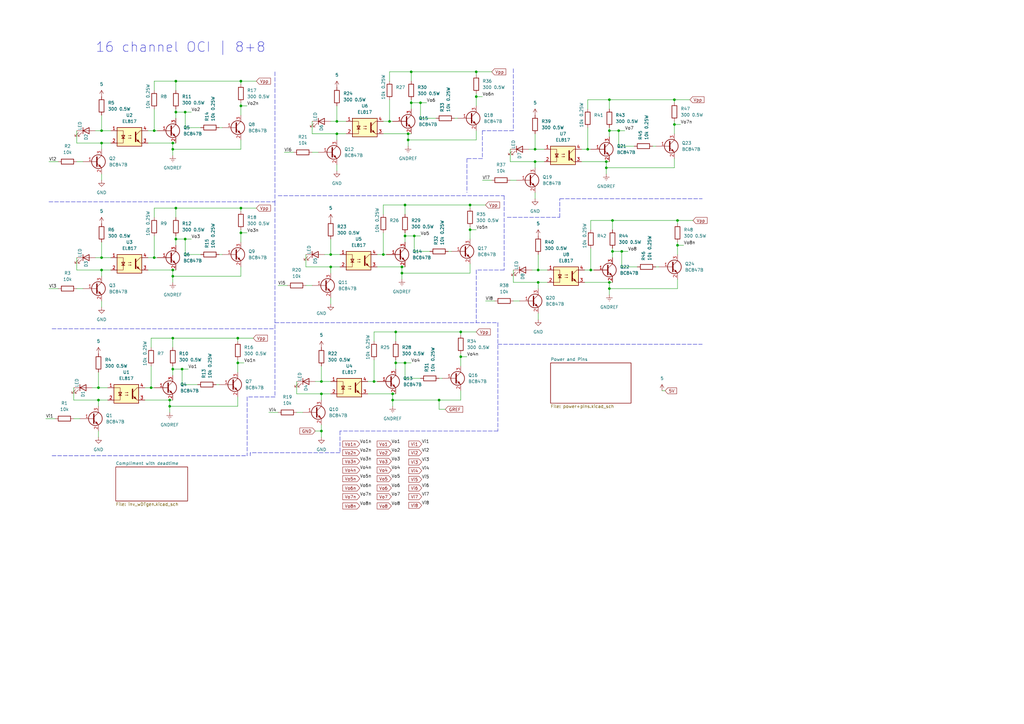
<source format=kicad_sch>
(kicad_sch (version 20211123) (generator eeschema)
  (paper "A3")
  (title_block (title "Optocoupler 6i channel Board") (date "2022-05-10") (rev "1") (company "Designed By - Yawar Badri") (comment 1 "The output generates a local inverted copy of the input signal without dead time") (comment 2 "External dead-time required if using inverted out CH"))
  (lib_symbols
    (symbol "Device:LED" (pin_numbers hide) (pin_names (offset 1.016) hide)
      (property "Reference" "D" (at 0 2.54 0))
      (property "Value" "LED" (at 0 -2.54 0))
      (symbol "LED_1_1"
        (pin passive line (at -3.81 0 0) (length 2.54) (name "K") (number "1"))
        (pin passive line (at 3.81 0 180) (length 2.54) (name "A") (number "2"))
      )
    )
    (symbol "Device:R" (pin_numbers hide) (pin_names (offset 0))
      (property "Reference" "R" (at 2.032 0 90))
      (property "Value" "R" (at 0 0 90))
      (symbol "R_1_1"
        (pin passive line (at 0 3.81 270) (length 1.27) (name "~") (number "1"))
        (pin passive line (at 0 -3.81 90) (length 1.27) (name "~") (number "2"))
      )
    )
    (symbol "Isolator:EL817" (pin_names (offset 1.016))
      (property "Reference" "U" (at -5.08 5.08 0))
      (property "Value" "EL817" (at 0 5.08 0))
      (symbol "EL817_1_1"
        (pin passive line (at -7.62 2.54 0) (length 2.54) (name "~") (number "1"))
        (pin passive line (at -7.62 -2.54 0) (length 2.54) (name "~") (number "2"))
        (pin passive line (at 7.62 -2.54 180) (length 2.54) (name "~") (number "3"))
        (pin passive line (at 7.62 2.54 180) (length 2.54) (name "~") (number "4"))
      )
    )
    (symbol "Transistor_BJT:BC847" (pin_names (offset 0) hide)
      (property "Reference" "Q" (at 5.08 1.905 0))
      (property "Value" "BC847" (at 5.08 0 0))
      (symbol "BC847_1_1"
        (pin input line (at -5.08 0 0) (length 5.715) (name "B") (number "1"))
        (pin passive line (at 2.54 -5.08 90) (length 2.54) (name "E") (number "2"))
        (pin passive line (at 2.54 5.08 270) (length 2.54) (name "C") (number "3"))
      )
    )
    (symbol "power:+5V" (power) (pin_names (offset 0))
      (property "Value" "+5V" (at 0 3.556 0))
      (symbol "+5V_1_1"
        (pin power_in line (at 0 0 90) (length 0) hide (name "+5V") (number "1"))
      )
    )
    (symbol "power:GND" (power) (pin_names (offset 0))
      (property "Value" "GND" (at 0 -3.81 0))
      (symbol "GND_1_1"
        (pin power_in line (at 0 0 270) (length 0) hide (name "GND") (number "1"))
      )
    )
    (symbol "power:GNDREF" (power) (pin_names (offset 0))
      (property "Value" "GNDREF" (at 0 -3.81 0))
      (symbol "GNDREF_1_1"
        (pin power_in line (at 0 0 270) (length 0) hide (name "GNDREF") (number "1"))
      )
    )
  )
  (junction (at 277.876 100.584))
  (junction (at 195.326 39.624))
  (junction (at 97.536 138.684))
  (junction (at 162.306 136.144))
  (junction (at 70.866 110.744))
  (junction (at 169.926 96.774))
  (junction (at 172.466 42.164))
  (junction (at 242.316 110.744))
  (junction (at 248.666 66.294))
  (junction (at 180.086 164.084))
  (junction (at 70.866 138.684))
  (junction (at 249.936 53.594))
  (junction (at 72.136 98.044))
  (junction (at 97.536 148.844))
  (junction (at 135.636 104.394))
  (junction (at 75.946 45.974))
  (junction (at 162.306 148.844))
  (junction (at 161.036 161.544))
  (junction (at 98.806 33.274))
  (junction (at 168.656 42.164))
  (junction (at 249.936 40.894))
  (junction (at 166.116 148.844))
  (junction (at 41.656 105.664))
  (junction (at 98.806 43.434))
  (junction (at 72.136 45.974))
  (junction (at 249.936 115.824))
  (junction (at 40.386 164.084))
  (junction (at 251.206 103.124))
  (junction (at 277.876 90.424))
  (junction (at 157.226 104.394))
  (junction (at 166.116 96.774))
  (junction (at 153.416 156.464))
  (junction (at 164.846 112.014))
  (junction (at 131.826 156.464))
  (junction (at 168.656 29.464))
  (junction (at 70.866 61.214))
  (junction (at 41.656 110.744))
  (junction (at 135.636 109.474))
  (junction (at 220.726 110.744))
  (junction (at 220.726 115.824))
  (junction (at 192.786 94.234))
  (junction (at 192.786 84.074))
  (junction (at 138.176 49.784))
  (junction (at 72.136 85.344))
  (junction (at 70.866 151.384))
  (junction (at 75.946 98.044))
  (junction (at 69.596 166.624))
  (junction (at 167.386 57.404))
  (junction (at 276.606 51.054))
  (junction (at 219.456 66.294))
  (junction (at 70.866 113.284))
  (junction (at 188.976 136.144))
  (junction (at 41.656 53.594))
  (junction (at 195.326 29.464))
  (junction (at 98.806 85.344))
  (junction (at 188.976 146.304))
  (junction (at 248.666 68.834))
  (junction (at 241.046 61.214))
  (junction (at 249.936 118.364))
  (junction (at 253.746 53.594))
  (junction (at 131.826 176.784))
  (junction (at 159.766 49.784))
  (junction (at 70.866 58.674))
  (junction (at 61.976 159.004))
  (junction (at 276.606 40.894))
  (junction (at 164.846 109.474))
  (junction (at 41.656 58.674))
  (junction (at 251.206 90.424))
  (junction (at 40.386 159.004))
  (junction (at 167.386 54.864))
  (junction (at 63.246 105.664))
  (junction (at 72.136 33.274))
  (junction (at 63.246 53.594))
  (junction (at 255.016 103.124))
  (junction (at 161.036 164.084))
  (junction (at 219.456 61.214))
  (junction (at 69.596 164.084))
  (junction (at 131.826 161.544))
  (junction (at 138.176 54.864))
  (junction (at 166.116 84.074))
  (junction (at 74.676 151.384))
  (junction (at 98.806 95.504))
  (wire (pts (xy 131.826 150.114) (xy 131.826 156.464)))
  (wire (pts (xy 75.946 45.974) (xy 78.486 45.974)))
  (wire (pts (xy 241.046 40.894) (xy 249.936 40.894)))
  (wire (pts (xy 74.676 157.734) (xy 74.676 151.384)))
  (wire (pts (xy 164.846 112.014) (xy 164.846 114.554)))
  (wire (pts (xy 138.176 43.434) (xy 138.176 49.784)))
  (wire (pts (xy 20.066 118.364) (xy 23.876 118.364)))
  (wire (pts (xy 166.116 95.504) (xy 166.116 96.774)))
  (wire (pts (xy 30.226 159.004) (xy 30.226 164.084)))
  (wire (pts (xy 98.806 42.164) (xy 98.806 43.434)))
  (wire (pts (xy 162.306 147.574) (xy 162.306 148.844)))
  (wire (pts (xy 39.116 105.664) (xy 41.656 105.664)))
  (wire (pts (xy 98.806 95.504) (xy 101.346 95.504)))
  (polyline (pts (xy 197.866 65.024) (xy 191.516 65.024)))
  (wire (pts (xy 44.196 164.084) (xy 40.386 164.084)))
  (wire (pts (xy 253.746 53.594) (xy 256.286 53.594)))
  (wire (pts (xy 166.116 96.774) (xy 166.116 99.314)))
  (wire (pts (xy 128.016 62.484) (xy 130.556 62.484)))
  (wire (pts (xy 125.476 104.394) (xy 125.476 109.474)))
  (wire (pts (xy 72.136 45.974) (xy 75.946 45.974)))
  (wire (pts (xy 166.116 96.774) (xy 169.926 96.774)))
  (wire (pts (xy 168.656 29.464) (xy 168.656 33.274)))
  (wire (pts (xy 31.496 58.674) (xy 41.656 58.674)))
  (wire (pts (xy 267.716 59.944) (xy 268.986 59.944)))
  (wire (pts (xy 61.976 142.494) (xy 61.976 138.684)))
  (wire (pts (xy 159.766 33.274) (xy 159.766 29.464)))
  (wire (pts (xy 157.226 49.784) (xy 159.766 49.784)))
  (wire (pts (xy 97.536 162.814) (xy 97.536 166.624)))
  (wire (pts (xy 116.586 62.484) (xy 120.396 62.484)))
  (wire (pts (xy 70.866 150.114) (xy 70.866 151.384)))
  (wire (pts (xy 41.656 99.314) (xy 41.656 105.664)))
  (wire (pts (xy 277.876 100.584) (xy 277.876 104.394)))
  (wire (pts (xy 161.036 161.544) (xy 162.306 161.544)))
  (wire (pts (xy 69.596 166.624) (xy 69.596 169.164)))
  (wire (pts (xy 70.866 151.384) (xy 74.676 151.384)))
  (wire (pts (xy 153.416 139.954) (xy 153.416 136.144)))
  (wire (pts (xy 249.936 40.894) (xy 276.606 40.894)))
  (wire (pts (xy 41.656 71.374) (xy 41.656 73.914)))
  (polyline (pts (xy 206.756 80.264) (xy 206.756 110.744)))
  (wire (pts (xy 97.536 166.624) (xy 69.596 166.624)))
  (wire (pts (xy 251.206 90.424) (xy 277.876 90.424)))
  (wire (pts (xy 260.096 59.944) (xy 253.746 59.944)))
  (wire (pts (xy 157.226 104.394) (xy 158.496 104.394)))
  (wire (pts (xy 157.226 84.074) (xy 166.116 84.074)))
  (wire (pts (xy 89.916 104.394) (xy 91.186 104.394)))
  (wire (pts (xy 69.596 164.084) (xy 70.866 164.084)))
  (polyline (pts (xy 229.616 89.154) (xy 229.616 81.534)))
  (wire (pts (xy 168.656 42.164) (xy 172.466 42.164)))
  (wire (pts (xy 135.636 161.544) (xy 131.826 161.544)))
  (wire (pts (xy 39.116 53.594) (xy 41.656 53.594)))
  (polyline (pts (xy 210.566 53.594) (xy 197.866 53.594)))
  (wire (pts (xy 248.666 66.294) (xy 249.936 66.294)))
  (polyline (pts (xy 197.866 53.594) (xy 197.866 65.024)))
  (wire (pts (xy 220.726 115.824) (xy 220.726 118.364)))
  (wire (pts (xy 195.326 29.464) (xy 201.676 29.464)))
  (wire (pts (xy 72.136 98.044) (xy 72.136 100.584)))
  (polyline (pts (xy 191.516 65.024) (xy 191.516 78.994)))
  (polyline (pts (xy 208.026 89.154) (xy 229.616 89.154)))
  (wire (pts (xy 219.456 78.994) (xy 219.456 81.534)))
  (wire (pts (xy 168.656 40.894) (xy 168.656 42.164)))
  (wire (pts (xy 98.806 43.434) (xy 101.346 43.434)))
  (wire (pts (xy 98.806 33.274) (xy 105.156 33.274)))
  (wire (pts (xy 82.296 104.394) (xy 75.946 104.394)))
  (wire (pts (xy 276.606 40.894) (xy 282.956 40.894)))
  (polyline (pts (xy 21.336 134.874) (xy 112.776 134.874)))
  (wire (pts (xy 255.016 109.474) (xy 255.016 103.124)))
  (wire (pts (xy 157.226 54.864) (xy 167.386 54.864)))
  (wire (pts (xy 276.606 49.6731) (xy 276.606 51.054)))
  (wire (pts (xy 195.326 29.464) (xy 195.326 30.734)))
  (wire (pts (xy 30.226 164.084) (xy 40.386 164.084)))
  (wire (pts (xy 121.666 169.164) (xy 124.206 169.164)))
  (wire (pts (xy 180.086 164.084) (xy 161.036 164.084)))
  (polyline (pts (xy 114.046 80.264) (xy 206.756 80.264)))
  (wire (pts (xy 192.786 94.234) (xy 195.326 94.234)))
  (wire (pts (xy 98.806 85.344) (xy 105.156 85.344)))
  (wire (pts (xy 166.116 84.074) (xy 166.116 87.884)))
  (wire (pts (xy 192.786 84.074) (xy 199.136 84.074)))
  (wire (pts (xy 133.096 104.394) (xy 135.636 104.394)))
  (wire (pts (xy 183.896 103.124) (xy 185.166 103.124)))
  (wire (pts (xy 61.976 159.004) (xy 63.246 159.004)))
  (wire (pts (xy 220.726 128.524) (xy 220.726 131.064)))
  (wire (pts (xy 188.976 136.144) (xy 195.326 136.144)))
  (wire (pts (xy 82.296 52.324) (xy 75.946 52.324)))
  (wire (pts (xy 70.866 58.674) (xy 70.866 61.214)))
  (wire (pts (xy 70.866 110.744) (xy 70.866 113.284)))
  (wire (pts (xy 74.676 151.384) (xy 77.216 151.384)))
  (wire (pts (xy 139.446 109.474) (xy 135.636 109.474)))
  (wire (pts (xy 195.326 57.404) (xy 167.386 57.404)))
  (wire (pts (xy 18.796 171.704) (xy 22.606 171.704)))
  (wire (pts (xy 276.606 68.834) (xy 248.666 68.834)))
  (wire (pts (xy 242.316 110.744) (xy 243.586 110.744)))
  (wire (pts (xy 195.326 53.594) (xy 195.326 57.404)))
  (wire (pts (xy 31.496 53.594) (xy 31.496 58.674)))
  (wire (pts (xy 97.536 138.684) (xy 97.536 139.954)))
  (wire (pts (xy 61.976 138.684) (xy 70.866 138.684)))
  (wire (pts (xy 162.306 148.844) (xy 166.116 148.844)))
  (wire (pts (xy 63.246 53.594) (xy 64.516 53.594)))
  (wire (pts (xy 209.296 61.214) (xy 209.296 66.294)))
  (wire (pts (xy 162.306 136.144) (xy 162.306 139.954)))
  (wire (pts (xy 97.536 148.844) (xy 97.536 152.654)))
  (wire (pts (xy 135.636 104.394) (xy 139.446 104.394)))
  (wire (pts (xy 89.916 52.324) (xy 91.186 52.324)))
  (wire (pts (xy 121.666 156.464) (xy 121.666 161.544)))
  (wire (pts (xy 98.806 33.274) (xy 98.806 34.544)))
  (wire (pts (xy 45.466 58.674) (xy 41.656 58.674)))
  (wire (pts (xy 153.416 156.464) (xy 154.686 156.464)))
  (wire (pts (xy 41.656 58.674) (xy 41.656 61.214)))
  (polyline (pts (xy 20.066 82.804) (xy 112.776 82.804)))
  (wire (pts (xy 249.936 53.594) (xy 253.746 53.594)))
  (wire (pts (xy 60.706 110.744) (xy 70.866 110.744)))
  (polyline (pts (xy 204.216 141.224) (xy 288.036 141.224)))
  (wire (pts (xy 114.046 117.094) (xy 117.856 117.094)))
  (wire (pts (xy 209.296 66.294) (xy 219.456 66.294)))
  (wire (pts (xy 276.606 51.054) (xy 276.606 54.864)))
  (wire (pts (xy 98.806 109.474) (xy 98.806 113.284)))
  (wire (pts (xy 195.326 39.624) (xy 195.326 43.434)))
  (wire (pts (xy 20.066 66.294) (xy 23.876 66.294)))
  (wire (pts (xy 277.876 118.364) (xy 249.936 118.364)))
  (wire (pts (xy 188.976 136.144) (xy 188.976 137.414)))
  (wire (pts (xy 121.666 161.544) (xy 131.826 161.544)))
  (wire (pts (xy 60.706 58.674) (xy 70.866 58.674)))
  (wire (pts (xy 97.536 147.574) (xy 97.536 148.844)))
  (wire (pts (xy 192.786 92.964) (xy 192.786 94.234)))
  (wire (pts (xy 220.726 104.394) (xy 220.726 110.744)))
  (polyline (pts (xy 195.326 110.744) (xy 195.326 132.334)))
  (wire (pts (xy 72.136 98.044) (xy 75.946 98.044)))
  (wire (pts (xy 251.206 103.124) (xy 255.016 103.124)))
  (wire (pts (xy 63.246 33.274) (xy 72.136 33.274)))
  (wire (pts (xy 59.436 159.004) (xy 61.976 159.004)))
  (wire (pts (xy 210.566 123.444) (xy 213.106 123.444)))
  (wire (pts (xy 41.656 53.594) (xy 45.466 53.594)))
  (wire (pts (xy 157.226 95.504) (xy 157.226 104.394)))
  (wire (pts (xy 63.246 89.154) (xy 63.246 85.344)))
  (wire (pts (xy 72.136 85.344) (xy 98.806 85.344)))
  (wire (pts (xy 197.866 73.914) (xy 201.676 73.914)))
  (wire (pts (xy 261.366 109.474) (xy 255.016 109.474)))
  (polyline (pts (xy 21.336 186.944) (xy 101.346 186.944)))
  (wire (pts (xy 238.506 61.214) (xy 241.046 61.214)))
  (wire (pts (xy 166.116 84.074) (xy 192.786 84.074)))
  (wire (pts (xy 169.926 103.124) (xy 169.926 96.774)))
  (wire (pts (xy 131.826 174.244) (xy 131.826 176.784)))
  (wire (pts (xy 31.496 110.744) (xy 41.656 110.744)))
  (wire (pts (xy 41.656 123.444) (xy 41.656 125.984)))
  (wire (pts (xy 72.136 33.274) (xy 72.136 37.084)))
  (wire (pts (xy 70.866 113.284) (xy 70.866 115.824)))
  (wire (pts (xy 192.786 94.234) (xy 192.786 98.044)))
  (wire (pts (xy 63.246 105.664) (xy 64.516 105.664)))
  (wire (pts (xy 268.986 109.474) (xy 270.256 109.474)))
  (wire (pts (xy 37.846 159.004) (xy 40.386 159.004)))
  (wire (pts (xy 167.386 57.404) (xy 167.386 59.944)))
  (wire (pts (xy 180.086 167.894) (xy 180.086 164.084)))
  (wire (pts (xy 242.316 101.854) (xy 242.316 110.744)))
  (polyline (pts (xy 206.756 110.744) (xy 195.326 110.744)))
  (wire (pts (xy 168.656 29.464) (xy 195.326 29.464)))
  (wire (pts (xy 159.766 29.464) (xy 168.656 29.464)))
  (wire (pts (xy 195.326 39.624) (xy 197.866 39.624)))
  (wire (pts (xy 98.806 95.504) (xy 98.806 99.314)))
  (wire (pts (xy 277.876 90.424) (xy 284.226 90.424)))
  (wire (pts (xy 153.416 136.144) (xy 162.306 136.144)))
  (wire (pts (xy 277.876 90.424) (xy 277.876 91.694)))
  (wire (pts (xy 154.686 109.474) (xy 164.846 109.474)))
  (wire (pts (xy 219.456 61.214) (xy 223.266 61.214)))
  (wire (pts (xy 253.746 59.944) (xy 253.746 53.594)))
  (wire (pts (xy 72.136 85.344) (xy 72.136 89.154)))
  (wire (pts (xy 238.506 66.294) (xy 248.666 66.294)))
  (wire (pts (xy 154.686 104.394) (xy 157.226 104.394)))
  (wire (pts (xy 70.866 58.674) (xy 72.136 58.674)))
  (wire (pts (xy 131.826 176.784) (xy 131.826 179.324)))
  (wire (pts (xy 188.976 160.274) (xy 188.976 164.084)))
  (wire (pts (xy 209.296 73.914) (xy 211.836 73.914)))
  (wire (pts (xy 224.536 115.824) (xy 220.726 115.824)))
  (wire (pts (xy 242.316 94.234) (xy 242.316 90.424)))
  (wire (pts (xy 162.306 148.844) (xy 162.306 151.384)))
  (wire (pts (xy 186.436 48.514) (xy 187.706 48.514)))
  (wire (pts (xy 70.866 61.214) (xy 70.866 63.754)))
  (wire (pts (xy 138.176 54.864) (xy 138.176 57.404)))
  (wire (pts (xy 251.206 101.854) (xy 251.206 103.124)))
  (wire (pts (xy 188.976 146.304) (xy 191.516 146.304)))
  (wire (pts (xy 251.206 103.124) (xy 251.206 105.664)))
  (polyline (pts (xy 139.446 185.674) (xy 102.616 185.674)))
  (wire (pts (xy 218.186 110.744) (xy 220.726 110.744)))
  (wire (pts (xy 241.046 44.704) (xy 241.046 40.894)))
  (wire (pts (xy 40.386 176.784) (xy 40.386 179.324)))
  (wire (pts (xy 176.276 103.124) (xy 169.926 103.124)))
  (wire (pts (xy 172.466 42.164) (xy 175.006 42.164)))
  (wire (pts (xy 138.176 49.784) (xy 141.986 49.784)))
  (wire (pts (xy 249.936 52.324) (xy 249.936 53.594)))
  (wire (pts (xy 131.826 156.464) (xy 135.636 156.464)))
  (wire (pts (xy 172.466 155.194) (xy 166.116 155.194)))
  (wire (pts (xy 72.136 45.974) (xy 72.136 48.514)))
  (wire (pts (xy 131.826 161.544) (xy 131.826 164.084)))
  (wire (pts (xy 249.936 118.364) (xy 249.936 120.904)))
  (wire (pts (xy 72.136 96.774) (xy 72.136 98.044)))
  (polyline (pts (xy 204.216 176.784) (xy 139.446 176.784)))
  (wire (pts (xy 249.936 40.894) (xy 249.936 44.704)))
  (polyline (pts (xy 102.616 185.674) (xy 102.616 186.944)))
  (wire (pts (xy 277.876 100.584) (xy 280.416 100.584)))
  (wire (pts (xy 164.846 109.474) (xy 164.846 112.014)))
  (wire (pts (xy 168.656 42.164) (xy 168.656 44.704)))
  (wire (pts (xy 63.246 37.084) (xy 63.246 33.274)))
  (wire (pts (xy 255.016 103.124) (xy 257.556 103.124)))
  (wire (pts (xy 276.606 40.894) (xy 276.606 42.0531)))
  (wire (pts (xy 40.386 159.004) (xy 44.196 159.004)))
  (wire (pts (xy 169.926 96.774) (xy 172.466 96.774)))
  (wire (pts (xy 135.636 109.474) (xy 135.636 112.014)))
  (wire (pts (xy 98.806 94.234) (xy 98.806 95.504)))
  (wire (pts (xy 161.036 161.544) (xy 161.036 164.084)))
  (wire (pts (xy 59.436 164.084) (xy 69.596 164.084)))
  (wire (pts (xy 210.566 115.824) (xy 220.726 115.824)))
  (wire (pts (xy 166.116 155.194) (xy 166.116 148.844)))
  (wire (pts (xy 199.136 123.444) (xy 202.946 123.444)))
  (wire (pts (xy 242.316 90.424) (xy 251.206 90.424)))
  (wire (pts (xy 150.876 161.544) (xy 161.036 161.544)))
  (wire (pts (xy 162.306 136.144) (xy 188.976 136.144)))
  (wire (pts (xy 72.136 33.274) (xy 98.806 33.274)))
  (wire (pts (xy 138.176 67.564) (xy 138.176 70.104)))
  (wire (pts (xy 40.386 152.654) (xy 40.386 159.004)))
  (wire (pts (xy 249.936 115.824) (xy 251.206 115.824)))
  (wire (pts (xy 41.656 105.664) (xy 45.466 105.664)))
  (wire (pts (xy 276.606 51.054) (xy 279.146 51.054)))
  (wire (pts (xy 277.876 114.554) (xy 277.876 118.364)))
  (wire (pts (xy 70.866 110.744) (xy 72.136 110.744)))
  (wire (pts (xy 98.806 85.344) (xy 98.806 86.614)))
  (polyline (pts (xy 112.776 29.464) (xy 112.776 82.804)))
  (wire (pts (xy 180.086 155.194) (xy 181.356 155.194)))
  (wire (pts (xy 271.526 160.274) (xy 272.796 160.274)))
  (wire (pts (xy 129.286 176.784) (xy 131.826 176.784)))
  (wire (pts (xy 241.046 61.214) (xy 242.316 61.214)))
  (wire (pts (xy 98.806 57.404) (xy 98.806 61.214)))
  (wire (pts (xy 188.976 146.304) (xy 188.976 150.114)))
  (wire (pts (xy 97.536 138.684) (xy 103.886 138.684)))
  (wire (pts (xy 249.936 53.594) (xy 249.936 56.134)))
  (wire (pts (xy 192.786 108.204) (xy 192.786 112.014)))
  (wire (pts (xy 31.496 105.664) (xy 31.496 110.744)))
  (wire (pts (xy 219.456 54.864) (xy 219.456 61.214)))
  (wire (pts (xy 88.646 157.734) (xy 89.916 157.734)))
  (wire (pts (xy 70.866 138.684) (xy 70.866 142.494)))
  (wire (pts (xy 70.866 151.384) (xy 70.866 153.924)))
  (wire (pts (xy 128.016 49.784) (xy 128.016 54.864)))
  (wire (pts (xy 251.206 90.424) (xy 251.206 94.234)))
  (wire (pts (xy 98.806 61.214) (xy 70.866 61.214)))
  (wire (pts (xy 98.806 113.284) (xy 70.866 113.284)))
  (wire (pts (xy 161.036 164.084) (xy 161.036 166.624)))
  (wire (pts (xy 125.476 109.474) (xy 135.636 109.474)))
  (wire (pts (xy 70.866 138.684) (xy 97.536 138.684)))
  (wire (pts (xy 98.806 43.434) (xy 98.806 47.244)))
  (wire (pts (xy 41.656 47.244) (xy 41.656 53.594)))
  (wire (pts (xy 75.946 98.044) (xy 78.486 98.044)))
  (wire (pts (xy 110.236 169.164) (xy 114.046 169.164)))
  (wire (pts (xy 125.476 117.094) (xy 128.016 117.094)))
  (wire (pts (xy 97.536 148.844) (xy 100.076 148.844)))
  (wire (pts (xy 178.816 48.514) (xy 172.466 48.514)))
  (wire (pts (xy 63.246 85.344) (xy 72.136 85.344)))
  (polyline (pts (xy 204.216 132.334) (xy 204.216 176.784)))
  (wire (pts (xy 63.246 96.774) (xy 63.246 105.664)))
  (polyline (pts (xy 210.566 28.194) (xy 210.566 53.594)))
  (wire (pts (xy 167.386 54.864) (xy 167.386 57.404)))
  (polyline (pts (xy 139.446 176.784) (xy 139.446 185.674)))
  (wire (pts (xy 219.456 66.294) (xy 219.456 68.834)))
  (wire (pts (xy 241.046 52.324) (xy 241.046 61.214)))
  (wire (pts (xy 75.946 104.394) (xy 75.946 98.044)))
  (wire (pts (xy 40.386 164.084) (xy 40.386 166.624)))
  (wire (pts (xy 31.496 66.294) (xy 34.036 66.294)))
  (polyline (pts (xy 112.776 82.804) (xy 112.776 162.814)))
  (wire (pts (xy 141.986 54.864) (xy 138.176 54.864)))
  (wire (pts (xy 188.976 164.084) (xy 180.086 164.084)))
  (wire (pts (xy 172.466 48.514) (xy 172.466 42.164)))
  (wire (pts (xy 166.116 148.844) (xy 168.656 148.844)))
  (polyline (pts (xy 112.776 162.814) (xy 101.346 162.814)))
  (wire (pts (xy 45.466 110.744) (xy 41.656 110.744)))
  (wire (pts (xy 69.596 164.084) (xy 69.596 166.624)))
  (wire (pts (xy 135.636 98.044) (xy 135.636 104.394)))
  (polyline (pts (xy 229.616 81.534) (xy 288.036 81.534)))
  (wire (pts (xy 239.776 110.744) (xy 242.316 110.744)))
  (wire (pts (xy 220.726 110.744) (xy 224.536 110.744)))
  (wire (pts (xy 60.706 53.594) (xy 63.246 53.594)))
  (wire (pts (xy 277.876 99.314) (xy 277.876 100.584)))
  (wire (pts (xy 210.566 110.744) (xy 210.566 115.824)))
  (wire (pts (xy 159.766 49.784) (xy 161.036 49.784)))
  (wire (pts (xy 135.636 122.174) (xy 135.636 124.714)))
  (wire (pts (xy 164.846 109.474) (xy 166.116 109.474)))
  (wire (pts (xy 195.326 38.354) (xy 195.326 39.624)))
  (wire (pts (xy 153.416 147.574) (xy 153.416 156.464)))
  (wire (pts (xy 239.776 115.824) (xy 249.936 115.824)))
  (wire (pts (xy 150.876 156.464) (xy 153.416 156.464)))
  (wire (pts (xy 81.026 157.734) (xy 74.676 157.734)))
  (wire (pts (xy 31.496 118.364) (xy 34.036 118.364)))
  (wire (pts (xy 135.636 49.784) (xy 138.176 49.784)))
  (wire (pts (xy 248.666 66.294) (xy 248.666 68.834)))
  (wire (pts (xy 60.706 105.664) (xy 63.246 105.664)))
  (wire (pts (xy 248.666 68.834) (xy 248.666 71.374)))
  (wire (pts (xy 182.626 167.894) (xy 180.086 167.894)))
  (wire (pts (xy 72.136 44.704) (xy 72.136 45.974)))
  (wire (pts (xy 129.286 156.464) (xy 131.826 156.464)))
  (wire (pts (xy 30.226 171.704) (xy 32.766 171.704)))
  (wire (pts (xy 192.786 112.014) (xy 164.846 112.014)))
  (wire (pts (xy 216.916 61.214) (xy 219.456 61.214)))
  (wire (pts (xy 63.246 44.704) (xy 63.246 53.594)))
  (polyline (pts (xy 112.776 132.334) (xy 204.216 132.334)))
  (wire (pts (xy 75.946 52.324) (xy 75.946 45.974)))
  (wire (pts (xy 167.386 54.864) (xy 168.656 54.864)))
  (polyline (pts (xy 101.346 162.814) (xy 101.346 186.944)))
  (wire (pts (xy 188.976 145.034) (xy 188.976 146.304)))
  (wire (pts (xy 192.786 84.074) (xy 192.786 85.344)))
  (wire (pts (xy 223.266 66.294) (xy 219.456 66.294)))
  (wire (pts (xy 128.016 54.864) (xy 138.176 54.864)))
  (wire (pts (xy 276.606 65.024) (xy 276.606 68.834)))
  (wire (pts (xy 157.226 87.884) (xy 157.226 84.074)))
  (wire (pts (xy 41.656 110.744) (xy 41.656 113.284)))
  (wire (pts (xy 159.766 40.894) (xy 159.766 49.784)))
  (wire (pts (xy 249.936 115.824) (xy 249.936 118.364)))
  (wire (pts (xy 61.976 150.114) (xy 61.976 159.004)))
  (text "16 channel OCI | 8+8" (at 39.116 21.844 0) (effects (font (size 4 4)) (justify left bottom)))
  (label "Vi8" (at 172.974 207.264 0))
  (label "Vo5n" (at 195.326 94.234 0))
  (label "Vi7" (at 197.866 73.914 0))
  (label "Vo2" (at 160.528 185.674 0))
  (label "Vi6" (at 116.586 62.484 0))
  (label "Vo2" (at 78.486 45.974 0))
  (label "Vo8" (at 257.556 103.124 0))
  (label "Vi5" (at 172.974 196.596 0))
  (label "Vo1" (at 77.216 151.384 0))
  (label "Vo3n" (at 147.574 189.23 0))
  (label "Vo5" (at 160.528 196.342 0))
  (label "Vi4" (at 172.974 193.04 0))
  (label "Vi4" (at 110.236 169.164 0))
  (label "Vo2n" (at 147.574 185.674 0))
  (label "Vo3n" (at 101.346 95.504 0))
  (label "Vo7n" (at 279.146 51.054 0))
  (label "Vo6" (at 160.528 200.152 0))
  (label "Vo7" (at 160.528 203.708 0))
  (label "Vi8" (at 199.136 123.444 0))
  (label "Vi1" (at 172.974 182.118 0))
  (label "Vi3" (at 172.974 189.484 0))
  (label "Vi1" (at 18.796 171.704 0))
  (label "Vo8n" (at 147.574 207.518 0))
  (label "Vo2n" (at 101.346 43.434 0))
  (label "Vi7" (at 172.974 203.708 0))
  (label "Vo6n" (at 197.866 39.624 0))
  (label "Vo4" (at 168.656 148.844 0))
  (label "Vo4" (at 160.528 192.786 0))
  (label "Vo4n" (at 191.516 146.304 0))
  (label "Vi3" (at 20.066 118.364 0))
  (label "Vo7" (at 256.286 53.594 0))
  (label "Vi5" (at 114.046 117.094 0))
  (label "Vo1n" (at 100.076 148.844 0))
  (label "Vo5" (at 172.466 96.774 0))
  (label "Vo8" (at 160.528 207.518 0))
  (label "Vo3" (at 78.486 98.044 0))
  (label "Vo4n" (at 147.574 192.786 0))
  (label "Vo5n" (at 147.574 196.342 0))
  (label "Vo7n" (at 147.574 203.708 0))
  (label "Vo6" (at 175.006 42.164 0))
  (label "Vo1" (at 160.528 182.118 0))
  (label "Vo8n" (at 280.416 100.584 0))
  (label "Vi2" (at 172.974 185.674 0))
  (label "Vo3" (at 160.528 189.23 0))
  (label "Vi2" (at 20.066 66.294 0))
  (label "Vo6n" (at 147.574 200.152 0))
  (label "Vi6" (at 172.974 200.152 0))
  (label "Vo1n" (at 147.574 182.118 0))
  (global_label "Vo6" (shape input) (at 160.528 200.152 180) (property "Intersheet References" "${INTERSHEET_REFS}" (effects hide)))
  (global_label "Vo6n" (shape input) (at 147.574 200.152 180) (property "Intersheet References" "${INTERSHEET_REFS}" (effects hide)))
  (global_label "Vo8n" (shape input) (at 147.574 207.518 180) (property "Intersheet References" "${INTERSHEET_REFS}" (effects hide)))
  (global_label "Vo8" (shape input) (at 160.528 207.518 180) (property "Intersheet References" "${INTERSHEET_REFS}" (effects hide)))
  (global_label "Vo7" (shape input) (at 160.528 203.708 180) (property "Intersheet References" "${INTERSHEET_REFS}" (effects hide)))
  (global_label "Vpp" (shape input) (at 201.676 29.464 0) (property "Intersheet References" "${INTERSHEET_REFS}" (effects hide)))
  (global_label "Vo1" (shape input) (at 160.528 182.118 180) (property "Intersheet References" "${INTERSHEET_REFS}" (effects hide)))
  (global_label "Vi1" (shape input) (at 172.974 182.118 180) (property "Intersheet References" "${INTERSHEET_REFS}" (effects hide)))
  (global_label "Vpp" (shape input) (at 103.886 138.684 0) (property "Intersheet References" "${INTERSHEET_REFS}" (effects hide)))
  (global_label "Vi5" (shape input) (at 172.974 196.596 180) (property "Intersheet References" "${INTERSHEET_REFS}" (effects hide)))
  (global_label "Vo2n" (shape input) (at 147.574 185.674 180) (property "Intersheet References" "${INTERSHEET_REFS}" (effects hide)))
  (global_label "Vpp" (shape input) (at 282.956 40.894 0) (property "Intersheet References" "${INTERSHEET_REFS}" (effects hide)))
  (global_label "5V" (shape input) (at 272.796 160.274 0) (property "Intersheet References" "${INTERSHEET_REFS}" (effects hide)))
  (global_label "Vpp" (shape input) (at 284.226 90.424 0) (property "Intersheet References" "${INTERSHEET_REFS}" (effects hide)))
  (global_label "Vo1n" (shape input) (at 147.574 182.118 180) (property "Intersheet References" "${INTERSHEET_REFS}" (effects hide)))
  (global_label "Vpp" (shape input) (at 105.156 85.344 0) (property "Intersheet References" "${INTERSHEET_REFS}" (effects hide)))
  (global_label "Vo5n" (shape input) (at 147.574 196.342 180) (property "Intersheet References" "${INTERSHEET_REFS}" (effects hide)))
  (global_label "Vi6" (shape input) (at 172.974 200.152 180) (property "Intersheet References" "${INTERSHEET_REFS}" (effects hide)))
  (global_label "Vpp" (shape input) (at 195.326 136.144 0) (property "Intersheet References" "${INTERSHEET_REFS}" (effects hide)))
  (global_label "Vo2" (shape input) (at 160.528 185.674 180) (property "Intersheet References" "${INTERSHEET_REFS}" (effects hide)))
  (global_label "Vi8" (shape input) (at 172.974 207.264 180) (property "Intersheet References" "${INTERSHEET_REFS}" (effects hide)))
  (global_label "Vo4n" (shape input) (at 147.574 192.786 180) (property "Intersheet References" "${INTERSHEET_REFS}" (effects hide)))
  (global_label "Vi2" (shape input) (at 172.974 185.674 180) (property "Intersheet References" "${INTERSHEET_REFS}" (effects hide)))
  (global_label "Vo7n" (shape input) (at 147.574 203.708 180) (property "Intersheet References" "${INTERSHEET_REFS}" (effects hide)))
  (global_label "Vo5" (shape input) (at 160.528 196.342 180) (property "Intersheet References" "${INTERSHEET_REFS}" (effects hide)))
  (global_label "Vpp" (shape input) (at 199.136 84.074 0) (property "Intersheet References" "${INTERSHEET_REFS}" (effects hide)))
  (global_label "Vo3n" (shape input) (at 147.574 189.23 180) (property "Intersheet References" "${INTERSHEET_REFS}" (effects hide)))
  (global_label "Vpp" (shape input) (at 105.156 33.274 0) (property "Intersheet References" "${INTERSHEET_REFS}" (effects hide)))
  (global_label "Vo4" (shape input) (at 160.528 192.786 180) (property "Intersheet References" "${INTERSHEET_REFS}" (effects hide)))
  (global_label "GND" (shape input) (at 129.286 176.784 180) (property "Intersheet References" "${INTERSHEET_REFS}" (effects hide)))
  (global_label "GREF" (shape input) (at 182.626 167.894 0) (property "Intersheet References" "${INTERSHEET_REFS}" (effects hide)))
  (global_label "Vi3" (shape input) (at 172.974 189.484 180) (property "Intersheet References" "${INTERSHEET_REFS}" (effects hide)))
  (global_label "Vi4" (shape input) (at 172.974 193.04 180) (property "Intersheet References" "${INTERSHEET_REFS}" (effects hide)))
  (global_label "Vo3" (shape input) (at 160.528 189.23 180) (property "Intersheet References" "${INTERSHEET_REFS}" (effects hide)))
  (global_label "Vi7" (shape input) (at 172.974 203.708 180) (property "Intersheet References" "${INTERSHEET_REFS}" (effects hide)))
  (symbol (lib_id "power:+5V") (at 271.526 160.274 0) (unit 1)
    (property "Reference" "#PWR025" (effects hide))
    (property "Value" "+5V" (at 271.526 155.194 0))
    (property "Spice_Primitive" "V" (effects hide))
    (property "Spice_Model" "dc 5" (effects hide))
    (property "Spice_Netlist_Enabled" "Y" (effects hide))
  )
  (symbol (lib_id "Device:R") (at 97.536 143.764 0) (unit 1)
    (property "Reference" "R16" (at 100.076 142.4939 0) (effects (justify left)))
    (property "Value" "300 0.5W" (at 100.076 145.0339 0) (effects (justify left)))
    (property "Footprint" "Resistor_SMD:R_2512_6332Metric" (effects hide))
    (property "Spice_Primitive" "R" (effects hide))
    (property "Spice_Model" "300" (effects hide))
    (property "Spice_Netlist_Enabled" "Y" (effects hide))
  )
  (symbol (lib_id "Transistor_BJT:BC847") (at 96.266 52.324 0) (unit 1)
    (property "Reference" "Q8" (at 101.854 51.0539 0) (effects (justify left)))
    (property "Value" "BC847B " (at 101.854 53.5939 0) (effects (justify left)))
    (property "Footprint" "Package_TO_SOT_SMD:SOT-23" (effects hide))
    (property "Datasheet" "http://www.infineon.com/dgdl/Infineon-BC847SERIES_BC848SERIES_BC849SERIES_BC850SERIES-DS-v01_01-en.pdf?fileId=db3a304314dca389011541d4630a1657" (effects hide))
  )
  (symbol (lib_id "power:GND") (at 138.176 70.104 0) (unit 1)
    (property "Reference" "#PWR015" (effects hide))
    (property "Value" "GND" (at 138.176 75.184 0))
  )
  (symbol (lib_id "Device:R") (at 182.626 48.514 90) (unit 1)
    (property "Reference" "R33" (at 181.3559 45.974 0) (effects (justify left)))
    (property "Value" "10k 0.25W" (at 183.8959 45.974 0) (effects (justify left)))
    (property "Footprint" "Resistor_SMD:R_2010_5025Metric" (effects hide))
    (property "Spice_Primitive" "R" (effects hide))
    (property "Spice_Model" "300" (effects hide))
    (property "Spice_Netlist_Enabled" "Y" (effects hide))
  )
  (symbol (lib_id "Device:R") (at 242.316 98.044 0) (unit 1)
    (property "Reference" "R42" (at 244.856 96.7739 0) (effects (justify left)))
    (property "Value" "10k 0.25W" (at 239.776 101.854 90) (effects (justify left)))
    (property "Footprint" "Resistor_SMD:R_2010_5025Metric" (effects hide))
    (property "Spice_Primitive" "R" (effects hide))
    (property "Spice_Model" "300" (effects hide))
    (property "Spice_Netlist_Enabled" "Y" (effects hide))
  )
  (symbol (lib_id "Device:R") (at 220.726 100.584 0) (unit 1)
    (property "Reference" "R40" (at 223.3407 99.3139 0) (effects (justify left)))
    (property "Value" "300 0.5W" (at 223.3407 101.8539 0) (effects (justify left)))
    (property "Footprint" "Resistor_SMD:R_2512_6332Metric" (effects hide))
    (property "Spice_Primitive" "R" (effects hide))
    (property "Spice_Model" "150" (effects hide))
    (property "Spice_Netlist_Enabled" "Y" (effects hide))
  )
  (symbol (lib_id "power:GNDREF") (at 164.846 114.554 0) (unit 1)
    (property "Reference" "#PWR017" (effects hide))
    (property "Value" "GNDREF" (at 164.846 119.634 0))
  )
  (symbol (lib_id "Transistor_BJT:BC847") (at 135.636 62.484 0) (unit 1)
    (property "Reference" "Q12" (at 141.224 61.2139 0) (effects (justify left)))
    (property "Value" "BC847B " (at 141.224 63.7539 0) (effects (justify left)))
    (property "Footprint" "Package_TO_SOT_SMD:SOT-23" (effects hide))
    (property "Datasheet" "http://www.infineon.com/dgdl/Infineon-BC847SERIES_BC848SERIES_BC849SERIES_BC850SERIES-DS-v01_01-en.pdf?fileId=db3a304314dca389011541d4630a1657" (effects hide))
  )
  (symbol (lib_id "power:GND") (at 40.386 179.324 0) (unit 1)
    (property "Reference" "#PWR02" (effects hide))
    (property "Value" "GND" (at 40.386 184.404 0))
  )
  (symbol (lib_id "Device:R") (at 131.826 146.304 0) (unit 1)
    (property "Reference" "R22" (at 134.4407 145.0339 0) (effects (justify left)))
    (property "Value" "300 0.5W" (at 134.4407 147.5739 0) (effects (justify left)))
    (property "Footprint" "Resistor_SMD:R_2512_6332Metric" (effects hide))
    (property "Spice_Primitive" "R" (effects hide))
    (property "Spice_Model" "150" (effects hide))
    (property "Spice_Netlist_Enabled" "Y" (effects hide))
  )
  (symbol (lib_id "Device:LED") (at 129.286 104.394 0) (unit 1)
    (property "Reference" "D5" (at 129.286 105.664 90) (effects (justify right)))
    (property "Value" "LED" (at 126.746 100.584 90) (effects (justify right)))
    (property "Footprint" "LED_SMD:LED_1210_3225Metric" (effects hide))
    (property "Spice_Primitive" "D" (effects hide))
    (property "Spice_Model" "LED_GENERAL" (effects hide))
    (property "Spice_Netlist_Enabled" "Y" (effects hide))
    (property "Spice_Lib_File" "C:\\Users\\yawar\\Documents\\GitHub\\KiCad-Spice-Library\\Models\\Diode\\led.lib" (effects hide))
  )
  (symbol (lib_id "Transistor_BJT:BC847") (at 218.186 123.444 0) (unit 1)
    (property "Reference" "Q20" (at 223.774 122.1739 0) (effects (justify left)))
    (property "Value" "BC847B " (at 223.774 124.7139 0) (effects (justify left)))
    (property "Footprint" "Package_TO_SOT_SMD:SOT-23" (effects hide))
    (property "Datasheet" "http://www.infineon.com/dgdl/Infineon-BC847SERIES_BC848SERIES_BC849SERIES_BC850SERIES-DS-v01_01-en.pdf?fileId=db3a304314dca389011541d4630a1657" (effects hide))
  )
  (symbol (lib_id "Transistor_BJT:BC847") (at 37.846 171.704 0) (unit 1)
    (property "Reference" "Q1" (at 43.434 170.4339 0) (effects (justify left)))
    (property "Value" "BC847B " (at 43.434 172.9739 0) (effects (justify left)))
    (property "Footprint" "Package_TO_SOT_SMD:SOT-23" (effects hide))
    (property "Datasheet" "http://www.infineon.com/dgdl/Infineon-BC847SERIES_BC848SERIES_BC849SERIES_BC850SERIES-DS-v01_01-en.pdf?fileId=db3a304314dca389011541d4630a1657" (effects hide))
  )
  (symbol (lib_id "Transistor_BJT:BC847") (at 159.766 156.464 0) (unit 1)
    (property "Reference" "Q13" (at 165.354 155.1939 0) (effects (justify left)))
    (property "Value" "BC847B " (at 165.354 157.7339 0) (effects (justify left)))
    (property "Footprint" "Package_TO_SOT_SMD:SOT-23" (effects hide))
    (property "Datasheet" "http://www.infineon.com/dgdl/Infineon-BC847SERIES_BC848SERIES_BC849SERIES_BC850SERIES-DS-v01_01-en.pdf?fileId=db3a304314dca389011541d4630a1657" (effects hide))
  )
  (symbol (lib_id "Device:R") (at 98.806 90.424 0) (unit 1)
    (property "Reference" "R18" (at 101.346 89.1539 0) (effects (justify left)))
    (property "Value" "300 0.5W" (at 101.346 91.6939 0) (effects (justify left)))
    (property "Footprint" "Resistor_SMD:R_2512_6332Metric" (effects hide))
    (property "Spice_Primitive" "R" (effects hide))
    (property "Spice_Model" "300" (effects hide))
    (property "Spice_Netlist_Enabled" "Y" (effects hide))
  )
  (symbol (lib_id "Transistor_BJT:BC847") (at 69.596 105.664 0) (unit 1)
    (property "Reference" "Q6" (at 75.184 104.3939 0) (effects (justify left)))
    (property "Value" "BC847B " (at 75.184 106.9339 0) (effects (justify left)))
    (property "Footprint" "Package_TO_SOT_SMD:SOT-23" (effects hide))
    (property "Datasheet" "http://www.infineon.com/dgdl/Infineon-BC847SERIES_BC848SERIES_BC849SERIES_BC850SERIES-DS-v01_01-en.pdf?fileId=db3a304314dca389011541d4630a1657" (effects hide))
  )
  (symbol (lib_id "Device:R") (at 153.416 143.764 0) (unit 1)
    (property "Reference" "R25" (at 155.956 142.4939 0) (effects (justify left)))
    (property "Value" "10k 0.25W" (at 150.876 147.574 90) (effects (justify left)))
    (property "Footprint" "Resistor_SMD:R_2010_5025Metric" (effects hide))
    (property "Spice_Primitive" "R" (effects hide))
    (property "Spice_Model" "300" (effects hide))
    (property "Spice_Netlist_Enabled" "Y" (effects hide))
  )
  (symbol (lib_id "Device:R") (at 219.456 51.054 0) (unit 1)
    (property "Reference" "R39" (at 222.0707 49.7839 0) (effects (justify left)))
    (property "Value" "300 0.5W" (at 222.0707 52.3239 0) (effects (justify left)))
    (property "Footprint" "Resistor_SMD:R_2512_6332Metric" (effects hide))
    (property "Spice_Primitive" "R" (effects hide))
    (property "Spice_Model" "150" (effects hide))
    (property "Spice_Netlist_Enabled" "Y" (effects hide))
  )
  (symbol (lib_id "Device:LED") (at 35.306 53.594 0) (unit 1)
    (property "Reference" "D2" (at 35.306 54.864 90) (effects (justify right)))
    (property "Value" "LED" (at 32.766 49.784 90) (effects (justify right)))
    (property "Footprint" "LED_SMD:LED_1210_3225Metric" (effects hide))
    (property "Spice_Primitive" "D" (effects hide))
    (property "Spice_Model" "LED_GENERAL" (effects hide))
    (property "Spice_Netlist_Enabled" "Y" (effects hide))
    (property "Spice_Lib_File" "C:\\Users\\yawar\\Documents\\GitHub\\KiCad-Spice-Library\\Models\\Diode\\led.lib" (effects hide))
  )
  (symbol (lib_id "Device:R") (at 138.176 39.624 0) (unit 1)
    (property "Reference" "R24" (at 140.7907 38.3539 0) (effects (justify left)))
    (property "Value" "300 0.5W" (at 140.7907 40.8939 0) (effects (justify left)))
    (property "Footprint" "Resistor_SMD:R_2512_6332Metric" (effects hide))
    (property "Spice_Primitive" "R" (effects hide))
    (property "Spice_Model" "150" (effects hide))
    (property "Spice_Netlist_Enabled" "Y" (effects hide))
  )
  (symbol (lib_id "Device:R") (at 195.326 34.544 0) (unit 1)
    (property "Reference" "R36" (at 197.866 33.2739 0) (effects (justify left)))
    (property "Value" "300 0.5W" (at 197.866 35.8139 0) (effects (justify left)))
    (property "Footprint" "Resistor_SMD:R_2512_6332Metric" (effects hide))
    (property "Spice_Primitive" "R" (effects hide))
    (property "Spice_Model" "300" (effects hide))
    (property "Spice_Netlist_Enabled" "Y" (effects hide))
  )
  (symbol (lib_id "Device:LED") (at 213.106 61.214 0) (unit 1)
    (property "Reference" "D7" (at 213.106 62.484 90) (effects (justify right)))
    (property "Value" "LED" (at 210.566 57.404 90) (effects (justify right)))
    (property "Footprint" "LED_SMD:LED_1210_3225Metric" (effects hide))
    (property "Spice_Primitive" "D" (effects hide))
    (property "Spice_Model" "LED_GENERAL" (effects hide))
    (property "Spice_Netlist_Enabled" "Y" (effects hide))
    (property "Spice_Lib_File" "C:\\Users\\yawar\\Documents\\GitHub\\KiCad-Spice-Library\\Models\\Diode\\led.lib" (effects hide))
  )
  (symbol (lib_id "Transistor_BJT:BC847") (at 163.576 104.394 0) (unit 1)
    (property "Reference" "Q14" (at 169.164 103.1239 0) (effects (justify left)))
    (property "Value" "BC847B " (at 169.164 105.6639 0) (effects (justify left)))
    (property "Footprint" "Package_TO_SOT_SMD:SOT-23" (effects hide))
    (property "Datasheet" "http://www.infineon.com/dgdl/Infineon-BC847SERIES_BC848SERIES_BC849SERIES_BC850SERIES-DS-v01_01-en.pdf?fileId=db3a304314dca389011541d4630a1657" (effects hide))
  )
  (symbol (lib_id "Device:LED") (at 34.036 159.004 0) (unit 1)
    (property "Reference" "D1" (at 34.036 160.274 90) (effects (justify right)))
    (property "Value" "LED" (at 31.496 155.194 90) (effects (justify right)))
    (property "Footprint" "LED_SMD:LED_1210_3225Metric" (effects hide))
    (property "Spice_Primitive" "D" (effects hide))
    (property "Spice_Model" "LED_GENERAL" (effects hide))
    (property "Spice_Netlist_Enabled" "Y" (effects hide))
    (property "Spice_Lib_File" "C:\\Users\\yawar\\Documents\\GitHub\\KiCad-Spice-Library\\Models\\Diode\\led.lib" (effects hide))
  )
  (symbol (lib_id "power:GND") (at 220.726 131.064 0) (unit 1)
    (property "Reference" "#PWR022" (effects hide))
    (property "Value" "GND" (at 220.726 136.144 0))
  )
  (symbol (lib_id "Transistor_BJT:BC847") (at 247.396 61.214 0) (unit 1)
    (property "Reference" "Q21" (at 252.984 59.9439 0) (effects (justify left)))
    (property "Value" "BC847B " (at 252.984 62.4839 0) (effects (justify left)))
    (property "Footprint" "Package_TO_SOT_SMD:SOT-23" (effects hide))
    (property "Datasheet" "http://www.infineon.com/dgdl/Infineon-BC847SERIES_BC848SERIES_BC849SERIES_BC850SERIES-DS-v01_01-en.pdf?fileId=db3a304314dca389011541d4630a1657" (effects hide))
  )
  (symbol (lib_id "Transistor_BJT:BC847") (at 94.996 157.734 0) (unit 1)
    (property "Reference" "Q7" (at 100.584 156.4639 0) (effects (justify left)))
    (property "Value" "BC847B " (at 100.584 159.0039 0) (effects (justify left)))
    (property "Footprint" "Package_TO_SOT_SMD:SOT-23" (effects hide))
    (property "Datasheet" "http://www.infineon.com/dgdl/Infineon-BC847SERIES_BC848SERIES_BC849SERIES_BC850SERIES-DS-v01_01-en.pdf?fileId=db3a304314dca389011541d4630a1657" (effects hide))
  )
  (symbol (lib_id "power:+5V") (at 131.826 142.494 0) (unit 1)
    (property "Reference" "#PWR010" (effects hide))
    (property "Value" "+5V" (at 131.826 137.414 0))
    (property "Spice_Primitive" "V" (effects hide))
    (property "Spice_Model" "dc 5" (effects hide))
    (property "Spice_Netlist_Enabled" "Y" (effects hide))
  )
  (symbol (lib_id "Device:R") (at 63.246 92.964 0) (unit 1)
    (property "Reference" "R9" (at 65.786 91.6939 0) (effects (justify left)))
    (property "Value" "10k 0.25W" (at 60.706 96.774 90) (effects (justify left)))
    (property "Footprint" "Resistor_SMD:R_2010_5025Metric" (effects hide))
    (property "Spice_Primitive" "R" (effects hide))
    (property "Spice_Model" "300" (effects hide))
    (property "Spice_Netlist_Enabled" "Y" (effects hide))
  )
  (symbol (lib_id "power:GNDREF") (at 69.596 169.164 0) (unit 1)
    (property "Reference" "#PWR07" (effects hide))
    (property "Value" "GNDREF" (at 69.596 174.244 0))
  )
  (symbol (lib_id "Isolator:EL817") (at 143.256 159.004 0) (unit 1)
    (property "Reference" "U4" (at 143.256 150.114 0))
    (property "Value" "EL817" (at 143.256 152.654 0))
    (property "Footprint" "Package_SO:SO-4_7.6x3.6mm_P2.54mm" (effects hide))
    (property "Datasheet" "http://www.everlight.com/file/ProductFile/EL817.pdf" (effects hide))
    (property "Spice_Primitive" "X" (effects hide))
    (property "Spice_Model" "PS2561F" (effects hide))
    (property "Spice_Netlist_Enabled" "Y" (effects hide))
    (property "Spice_Lib_File" "C:\\Users\\yawar\\Documents\\GitHub\\KiCad-Spice-Library\\Models\\Optocoupler\\PS2561F.lib" (effects hide))
  )
  (symbol (lib_id "Device:R") (at 159.766 37.084 0) (unit 1)
    (property "Reference" "R27" (at 162.306 35.8139 0) (effects (justify left)))
    (property "Value" "10k 0.25W" (at 157.226 40.894 90) (effects (justify left)))
    (property "Footprint" "Resistor_SMD:R_2010_5025Metric" (effects hide))
    (property "Spice_Primitive" "R" (effects hide))
    (property "Spice_Model" "300" (effects hide))
    (property "Spice_Netlist_Enabled" "Y" (effects hide))
  )
  (symbol (lib_id "Device:R") (at 276.606 45.8631 0) (unit 1)
    (property "Reference" "R47" (at 279.146 44.593 0) (effects (justify left)))
    (property "Value" "300 0.5W" (at 279.146 47.133 0) (effects (justify left)))
    (property "Footprint" "Resistor_SMD:R_2512_6332Metric" (effects hide))
    (property "Spice_Primitive" "R" (effects hide))
    (property "Spice_Model" "300" (effects hide))
    (property "Spice_Netlist_Enabled" "Y" (effects hide))
  )
  (symbol (lib_id "power:GND") (at 41.656 125.984 0) (unit 1)
    (property "Reference" "#PWR06" (effects hide))
    (property "Value" "GND" (at 41.656 131.064 0))
  )
  (symbol (lib_id "Device:R") (at 70.866 146.304 0) (unit 1)
    (property "Reference" "R10" (at 73.406 145.0339 0) (effects (justify left)))
    (property "Value" "300 0.5W" (at 73.406 147.5739 0) (effects (justify left)))
    (property "Footprint" "Resistor_SMD:R_2512_6332Metric" (effects hide))
    (property "Spice_Primitive" "R" (effects hide))
    (property "Spice_Model" "300" (effects hide))
    (property "Spice_Netlist_Enabled" "Y" (effects hide))
  )
  (symbol (lib_id "Device:R") (at 265.176 109.474 90) (unit 1)
    (property "Reference" "R46" (at 263.9059 106.934 0) (effects (justify left)))
    (property "Value" "10k 0.25W" (at 266.4459 106.934 0) (effects (justify left)))
    (property "Footprint" "Resistor_SMD:R_2010_5025Metric" (effects hide))
    (property "Spice_Primitive" "R" (effects hide))
    (property "Spice_Model" "300" (effects hide))
    (property "Spice_Netlist_Enabled" "Y" (effects hide))
  )
  (symbol (lib_id "Device:R") (at 249.936 48.514 0) (unit 1)
    (property "Reference" "R43" (at 252.476 47.2439 0) (effects (justify left)))
    (property "Value" "300 0.5W" (at 252.476 49.7839 0) (effects (justify left)))
    (property "Footprint" "Resistor_SMD:R_2512_6332Metric" (effects hide))
    (property "Spice_Primitive" "R" (effects hide))
    (property "Spice_Model" "300" (effects hide))
    (property "Spice_Netlist_Enabled" "Y" (effects hide))
  )
  (symbol (lib_id "Transistor_BJT:BC847") (at 275.336 109.474 0) (unit 1)
    (property "Reference" "Q24" (at 280.924 108.2039 0) (effects (justify left)))
    (property "Value" "BC847B " (at 280.924 110.7439 0) (effects (justify left)))
    (property "Footprint" "Package_TO_SOT_SMD:SOT-23" (effects hide))
    (property "Datasheet" "http://www.infineon.com/dgdl/Infineon-BC847SERIES_BC848SERIES_BC849SERIES_BC850SERIES-DS-v01_01-en.pdf?fileId=db3a304314dca389011541d4630a1657" (effects hide))
  )
  (symbol (lib_id "Device:R") (at 41.656 95.504 0) (unit 1)
    (property "Reference" "R6" (at 44.2707 94.2339 0) (effects (justify left)))
    (property "Value" "300 0.5W" (at 44.2707 96.7739 0) (effects (justify left)))
    (property "Footprint" "Resistor_SMD:R_2512_6332Metric" (effects hide))
    (property "Spice_Primitive" "R" (effects hide))
    (property "Spice_Model" "150" (effects hide))
    (property "Spice_Netlist_Enabled" "Y" (effects hide))
  )
  (symbol (lib_id "Device:R") (at 72.136 92.964 0) (unit 1)
    (property "Reference" "R12" (at 74.676 91.6939 0) (effects (justify left)))
    (property "Value" "300 0.5W" (at 74.676 94.2339 0) (effects (justify left)))
    (property "Footprint" "Resistor_SMD:R_2512_6332Metric" (effects hide))
    (property "Spice_Primitive" "R" (effects hide))
    (property "Spice_Model" "300" (effects hide))
    (property "Spice_Netlist_Enabled" "Y" (effects hide))
  )
  (symbol (lib_id "Isolator:EL817") (at 230.886 63.754 0) (unit 1)
    (property "Reference" "U7" (at 230.886 54.864 0))
    (property "Value" "EL817" (at 230.886 57.404 0))
    (property "Footprint" "Package_SO:SO-4_7.6x3.6mm_P2.54mm" (effects hide))
    (property "Datasheet" "http://www.everlight.com/file/ProductFile/EL817.pdf" (effects hide))
    (property "Spice_Primitive" "X" (effects hide))
    (property "Spice_Model" "PS2561F" (effects hide))
    (property "Spice_Netlist_Enabled" "Y" (effects hide))
    (property "Spice_Lib_File" "C:\\Users\\yawar\\Documents\\GitHub\\KiCad-Spice-Library\\Models\\Optocoupler\\PS2561F.lib" (effects hide))
  )
  (symbol (lib_id "power:GNDREF") (at 167.386 59.944 0) (unit 1)
    (property "Reference" "#PWR018" (effects hide))
    (property "Value" "GNDREF" (at 167.386 65.024 0))
  )
  (symbol (lib_id "power:GND") (at 219.456 81.534 0) (unit 1)
    (property "Reference" "#PWR020" (effects hide))
    (property "Value" "GND" (at 219.456 86.614 0))
  )
  (symbol (lib_id "power:GNDREF") (at 249.936 120.904 0) (unit 1)
    (property "Reference" "#PWR024" (effects hide))
    (property "Value" "GNDREF" (at 249.936 125.984 0))
  )
  (symbol (lib_id "Transistor_BJT:BC847") (at 216.916 73.914 0) (unit 1)
    (property "Reference" "Q19" (at 222.504 72.6439 0) (effects (justify left)))
    (property "Value" "BC847B " (at 222.504 75.1839 0) (effects (justify left)))
    (property "Footprint" "Package_TO_SOT_SMD:SOT-23" (effects hide))
    (property "Datasheet" "http://www.infineon.com/dgdl/Infineon-BC847SERIES_BC848SERIES_BC849SERIES_BC850SERIES-DS-v01_01-en.pdf?fileId=db3a304314dca389011541d4630a1657" (effects hide))
  )
  (symbol (lib_id "Device:R") (at 72.136 40.894 0) (unit 1)
    (property "Reference" "R11" (at 74.676 39.6239 0) (effects (justify left)))
    (property "Value" "300 0.5W" (at 74.676 42.1639 0) (effects (justify left)))
    (property "Footprint" "Resistor_SMD:R_2512_6332Metric" (effects hide))
    (property "Spice_Primitive" "R" (effects hide))
    (property "Spice_Model" "300" (effects hide))
    (property "Spice_Netlist_Enabled" "Y" (effects hide))
  )
  (symbol (lib_id "Transistor_BJT:BC847") (at 190.246 103.124 0) (unit 1)
    (property "Reference" "Q17" (at 195.834 101.8539 0) (effects (justify left)))
    (property "Value" "BC847B " (at 195.834 104.3939 0) (effects (justify left)))
    (property "Footprint" "Package_TO_SOT_SMD:SOT-23" (effects hide))
    (property "Datasheet" "http://www.infineon.com/dgdl/Infineon-BC847SERIES_BC848SERIES_BC849SERIES_BC850SERIES-DS-v01_01-en.pdf?fileId=db3a304314dca389011541d4630a1657" (effects hide))
  )
  (symbol (lib_id "power:+5V") (at 135.636 90.424 0) (unit 1)
    (property "Reference" "#PWR012" (effects hide))
    (property "Value" "+5V" (at 135.636 85.344 0))
    (property "Spice_Primitive" "V" (effects hide))
    (property "Spice_Model" "dc 5" (effects hide))
    (property "Spice_Netlist_Enabled" "Y" (effects hide))
  )
  (symbol (lib_id "Device:LED") (at 125.476 156.464 0) (unit 1)
    (property "Reference" "D4" (at 125.476 157.734 90) (effects (justify right)))
    (property "Value" "LED" (at 122.936 152.654 90) (effects (justify right)))
    (property "Footprint" "LED_SMD:LED_1210_3225Metric" (effects hide))
    (property "Spice_Primitive" "D" (effects hide))
    (property "Spice_Model" "LED_GENERAL" (effects hide))
    (property "Spice_Netlist_Enabled" "Y" (effects hide))
    (property "Spice_Lib_File" "C:\\Users\\yawar\\Documents\\GitHub\\KiCad-Spice-Library\\Models\\Diode\\led.lib" (effects hide))
  )
  (symbol (lib_id "Isolator:EL817") (at 147.066 106.934 0) (unit 1)
    (property "Reference" "U5" (at 147.066 98.044 0))
    (property "Value" "EL817" (at 147.066 100.584 0))
    (property "Footprint" "Package_SO:SO-4_7.6x3.6mm_P2.54mm" (effects hide))
    (property "Datasheet" "http://www.everlight.com/file/ProductFile/EL817.pdf" (effects hide))
    (property "Spice_Primitive" "X" (effects hide))
    (property "Spice_Model" "PS2561F" (effects hide))
    (property "Spice_Netlist_Enabled" "Y" (effects hide))
    (property "Spice_Lib_File" "C:\\Users\\yawar\\Documents\\GitHub\\KiCad-Spice-Library\\Models\\Optocoupler\\PS2561F.lib" (effects hide))
  )
  (symbol (lib_id "Device:LED") (at 214.376 110.744 0) (unit 1)
    (property "Reference" "D8" (at 214.376 112.014 90) (effects (justify right)))
    (property "Value" "LED" (at 211.836 106.934 90) (effects (justify right)))
    (property "Footprint" "LED_SMD:LED_1210_3225Metric" (effects hide))
    (property "Spice_Primitive" "D" (effects hide))
    (property "Spice_Model" "LED_GENERAL" (effects hide))
    (property "Spice_Netlist_Enabled" "Y" (effects hide))
    (property "Spice_Lib_File" "C:\\Users\\yawar\\Documents\\GitHub\\KiCad-Spice-Library\\Models\\Diode\\led.lib" (effects hide))
  )
  (symbol (lib_id "power:GNDREF") (at 70.866 115.824 0) (unit 1)
    (property "Reference" "#PWR09" (effects hide))
    (property "Value" "GNDREF" (at 70.866 120.904 0))
  )
  (symbol (lib_id "power:+5V") (at 40.386 145.034 0) (unit 1)
    (property "Reference" "#PWR01" (effects hide))
    (property "Value" "+5V" (at 40.386 139.954 0))
    (property "Spice_Primitive" "V" (effects hide))
    (property "Spice_Model" "dc 5" (effects hide))
    (property "Spice_Netlist_Enabled" "Y" (effects hide))
  )
  (symbol (lib_id "Transistor_BJT:BC847") (at 166.116 49.784 0) (unit 1)
    (property "Reference" "Q15" (at 171.704 48.5139 0) (effects (justify left)))
    (property "Value" "BC847B " (at 171.704 51.0539 0) (effects (justify left)))
    (property "Footprint" "Package_TO_SOT_SMD:SOT-23" (effects hide))
    (property "Datasheet" "http://www.infineon.com/dgdl/Infineon-BC847SERIES_BC848SERIES_BC849SERIES_BC850SERIES-DS-v01_01-en.pdf?fileId=db3a304314dca389011541d4630a1657" (effects hide))
  )
  (symbol (lib_id "power:GND") (at 41.656 73.914 0) (unit 1)
    (property "Reference" "#PWR04" (effects hide))
    (property "Value" "GND" (at 41.656 78.994 0))
  )
  (symbol (lib_id "Transistor_BJT:BC847") (at 129.286 169.164 0) (unit 1)
    (property "Reference" "Q10" (at 134.874 167.8939 0) (effects (justify left)))
    (property "Value" "BC847B " (at 134.874 170.4339 0) (effects (justify left)))
    (property "Footprint" "Package_TO_SOT_SMD:SOT-23" (effects hide))
    (property "Datasheet" "http://www.infineon.com/dgdl/Infineon-BC847SERIES_BC848SERIES_BC849SERIES_BC850SERIES-DS-v01_01-en.pdf?fileId=db3a304314dca389011541d4630a1657" (effects hide))
  )
  (symbol (lib_id "power:+5V") (at 41.656 91.694 0) (unit 1)
    (property "Reference" "#PWR05" (effects hide))
    (property "Value" "+5V" (at 41.656 86.614 0))
    (property "Spice_Primitive" "V" (effects hide))
    (property "Spice_Model" "dc 5" (effects hide))
    (property "Spice_Netlist_Enabled" "Y" (effects hide))
  )
  (symbol (lib_id "Device:R") (at 192.786 89.154 0) (unit 1)
    (property "Reference" "R35" (at 195.326 87.8839 0) (effects (justify left)))
    (property "Value" "300 0.5W" (at 195.326 90.4239 0) (effects (justify left)))
    (property "Footprint" "Resistor_SMD:R_2512_6332Metric" (effects hide))
    (property "Spice_Primitive" "R" (effects hide))
    (property "Spice_Model" "300" (effects hide))
    (property "Spice_Netlist_Enabled" "Y" (effects hide))
  )
  (symbol (lib_id "Transistor_BJT:BC847") (at 133.096 117.094 0) (unit 1)
    (property "Reference" "Q11" (at 138.684 115.8239 0) (effects (justify left)))
    (property "Value" "BC847B " (at 138.684 118.3639 0) (effects (justify left)))
    (property "Footprint" "Package_TO_SOT_SMD:SOT-23" (effects hide))
    (property "Datasheet" "http://www.infineon.com/dgdl/Infineon-BC847SERIES_BC848SERIES_BC849SERIES_BC850SERIES-DS-v01_01-en.pdf?fileId=db3a304314dca389011541d4630a1657" (effects hide))
  )
  (symbol (lib_id "power:GNDREF") (at 248.666 71.374 0) (unit 1)
    (property "Reference" "#PWR023" (effects hide))
    (property "Value" "GNDREF" (at 248.666 76.454 0))
  )
  (symbol (lib_id "Transistor_BJT:BC847") (at 39.116 118.364 0) (unit 1)
    (property "Reference" "Q3" (at 44.704 117.0939 0) (effects (justify left)))
    (property "Value" "BC847B " (at 44.704 119.6339 0) (effects (justify left)))
    (property "Footprint" "Package_TO_SOT_SMD:SOT-23" (effects hide))
    (property "Datasheet" "http://www.infineon.com/dgdl/Infineon-BC847SERIES_BC848SERIES_BC849SERIES_BC850SERIES-DS-v01_01-en.pdf?fileId=db3a304314dca389011541d4630a1657" (effects hide))
  )
  (symbol (lib_id "Device:R") (at 124.206 62.484 270) (unit 1)
    (property "Reference" "R21" (at 124.206 56.134 90))
    (property "Value" "10k" (at 124.206 58.674 90))
    (property "Footprint" "Resistor_SMD:R_1206_3216Metric_Pad1.30x1.75mm_HandSolder" (effects hide))
    (property "Spice_Primitive" "R" (effects hide))
    (property "Spice_Model" "100" (effects hide))
    (property "Spice_Netlist_Enabled" "Y" (effects hide))
  )
  (symbol (lib_id "Device:R") (at 176.276 155.194 90) (unit 1)
    (property "Reference" "R31" (at 175.0059 152.654 0) (effects (justify left)))
    (property "Value" "10k 0.25W" (at 177.5459 152.654 0) (effects (justify left)))
    (property "Footprint" "Resistor_SMD:R_2010_5025Metric" (effects hide))
    (property "Spice_Primitive" "R" (effects hide))
    (property "Spice_Model" "300" (effects hide))
    (property "Spice_Netlist_Enabled" "Y" (effects hide))
  )
  (symbol (lib_id "Isolator:EL817") (at 53.086 108.204 0) (unit 1)
    (property "Reference" "U3" (at 53.086 99.314 0))
    (property "Value" "EL817" (at 53.086 101.854 0))
    (property "Footprint" "Package_SO:SO-4_7.6x3.6mm_P2.54mm" (effects hide))
    (property "Datasheet" "http://www.everlight.com/file/ProductFile/EL817.pdf" (effects hide))
    (property "Spice_Primitive" "X" (effects hide))
    (property "Spice_Model" "PS2561F" (effects hide))
    (property "Spice_Netlist_Enabled" "Y" (effects hide))
    (property "Spice_Lib_File" "C:\\Users\\yawar\\Documents\\GitHub\\KiCad-Spice-Library\\Models\\Optocoupler\\PS2561F.lib" (effects hide))
  )
  (symbol (lib_id "Device:R") (at 241.046 48.514 0) (unit 1)
    (property "Reference" "R41" (at 243.586 47.2439 0) (effects (justify left)))
    (property "Value" "10k 0.25W" (at 238.506 52.324 90) (effects (justify left)))
    (property "Footprint" "Resistor_SMD:R_2010_5025Metric" (effects hide))
    (property "Spice_Primitive" "R" (effects hide))
    (property "Spice_Model" "300" (effects hide))
    (property "Spice_Netlist_Enabled" "Y" (effects hide))
  )
  (symbol (lib_id "Device:R") (at 61.976 146.304 0) (unit 1)
    (property "Reference" "R7" (at 64.516 145.0339 0) (effects (justify left)))
    (property "Value" "10k 0.25W" (at 59.436 150.114 90) (effects (justify left)))
    (property "Footprint" "Resistor_SMD:R_2010_5025Metric" (effects hide))
    (property "Spice_Primitive" "R" (effects hide))
    (property "Spice_Model" "300" (effects hide))
    (property "Spice_Netlist_Enabled" "Y" (effects hide))
  )
  (symbol (lib_id "Transistor_BJT:BC847") (at 192.786 48.514 0) (unit 1)
    (property "Reference" "Q18" (at 198.374 47.2439 0) (effects (justify left)))
    (property "Value" "BC847B " (at 198.374 49.7839 0) (effects (justify left)))
    (property "Footprint" "Package_TO_SOT_SMD:SOT-23" (effects hide))
    (property "Datasheet" "http://www.infineon.com/dgdl/Infineon-BC847SERIES_BC848SERIES_BC849SERIES_BC850SERIES-DS-v01_01-en.pdf?fileId=db3a304314dca389011541d4630a1657" (effects hide))
  )
  (symbol (lib_id "Transistor_BJT:BC847") (at 39.116 66.294 0) (unit 1)
    (property "Reference" "Q2" (at 44.704 65.0239 0) (effects (justify left)))
    (property "Value" "BC847B " (at 44.704 67.5639 0) (effects (justify left)))
    (property "Footprint" "Package_TO_SOT_SMD:SOT-23" (effects hide))
    (property "Datasheet" "http://www.infineon.com/dgdl/Infineon-BC847SERIES_BC848SERIES_BC849SERIES_BC850SERIES-DS-v01_01-en.pdf?fileId=db3a304314dca389011541d4630a1657" (effects hide))
  )
  (symbol (lib_id "power:GND") (at 135.636 124.714 0) (unit 1)
    (property "Reference" "#PWR013" (effects hide))
    (property "Value" "GND" (at 131.826 128.524 0))
  )
  (symbol (lib_id "Isolator:EL817") (at 149.606 52.324 0) (unit 1)
    (property "Reference" "U6" (at 149.606 43.434 0))
    (property "Value" "EL817" (at 149.606 45.974 0))
    (property "Footprint" "Package_SO:SO-4_7.6x3.6mm_P2.54mm" (effects hide))
    (property "Datasheet" "http://www.everlight.com/file/ProductFile/EL817.pdf" (effects hide))
    (property "Spice_Primitive" "X" (effects hide))
    (property "Spice_Model" "PS2561F" (effects hide))
    (property "Spice_Netlist_Enabled" "Y" (effects hide))
    (property "Spice_Lib_File" "C:\\Users\\yawar\\Documents\\GitHub\\KiCad-Spice-Library\\Models\\Optocoupler\\PS2561F.lib" (effects hide))
  )
  (symbol (lib_id "power:GNDREF") (at 70.866 63.754 0) (unit 1)
    (property "Reference" "#PWR08" (effects hide))
    (property "Value" "GNDREF" (at 70.866 68.834 0))
  )
  (symbol (lib_id "power:+5V") (at 138.176 35.814 0) (unit 1)
    (property "Reference" "#PWR014" (effects hide))
    (property "Value" "+5V" (at 138.176 30.734 0))
    (property "Spice_Primitive" "V" (effects hide))
    (property "Spice_Model" "dc 5" (effects hide))
    (property "Spice_Netlist_Enabled" "Y" (effects hide))
  )
  (symbol (lib_id "Device:R") (at 86.106 104.394 90) (unit 1)
    (property "Reference" "R15" (at 84.8359 101.854 0) (effects (justify left)))
    (property "Value" "10k 0.25W" (at 87.3759 101.854 0) (effects (justify left)))
    (property "Footprint" "Resistor_SMD:R_2010_5025Metric" (effects hide))
    (property "Spice_Primitive" "R" (effects hide))
    (property "Spice_Model" "300" (effects hide))
    (property "Spice_Netlist_Enabled" "Y" (effects hide))
  )
  (symbol (lib_id "Device:R") (at 98.806 38.354 0) (unit 1)
    (property "Reference" "R17" (at 101.346 37.0839 0) (effects (justify left)))
    (property "Value" "300 0.5W" (at 101.346 39.6239 0) (effects (justify left)))
    (property "Footprint" "Resistor_SMD:R_2512_6332Metric" (effects hide))
    (property "Spice_Primitive" "R" (effects hide))
    (property "Spice_Model" "300" (effects hide))
    (property "Spice_Netlist_Enabled" "Y" (effects hide))
  )
  (symbol (lib_id "Device:R") (at 135.636 94.234 0) (unit 1)
    (property "Reference" "R23" (at 138.2507 92.9639 0) (effects (justify left)))
    (property "Value" "300 0.5W" (at 138.2507 95.5039 0) (effects (justify left)))
    (property "Footprint" "Resistor_SMD:R_2512_6332Metric" (effects hide))
    (property "Spice_Primitive" "R" (effects hide))
    (property "Spice_Model" "150" (effects hide))
    (property "Spice_Netlist_Enabled" "Y" (effects hide))
  )
  (symbol (lib_id "Device:R") (at 263.906 59.944 90) (unit 1)
    (property "Reference" "R45" (at 262.6359 57.404 0) (effects (justify left)))
    (property "Value" "10k 0.25W" (at 265.1759 57.404 0) (effects (justify left)))
    (property "Footprint" "Resistor_SMD:R_2010_5025Metric" (effects hide))
    (property "Spice_Primitive" "R" (effects hide))
    (property "Spice_Model" "300" (effects hide))
    (property "Spice_Netlist_Enabled" "Y" (effects hide))
  )
  (symbol (lib_id "Device:R") (at 251.206 98.044 0) (unit 1)
    (property "Reference" "R44" (at 253.746 96.7739 0) (effects (justify left)))
    (property "Value" "300 0.5W" (at 253.746 99.3139 0) (effects (justify left)))
    (property "Footprint" "Resistor_SMD:R_2512_6332Metric" (effects hide))
    (property "Spice_Primitive" "R" (effects hide))
    (property "Spice_Model" "300" (effects hide))
    (property "Spice_Netlist_Enabled" "Y" (effects hide))
  )
  (symbol (lib_id "Device:R") (at 277.876 95.504 0) (unit 1)
    (property "Reference" "R48" (at 280.416 94.2339 0) (effects (justify left)))
    (property "Value" "300 0.5W" (at 280.416 96.7739 0) (effects (justify left)))
    (property "Footprint" "Resistor_SMD:R_2512_6332Metric" (effects hide))
    (property "Spice_Primitive" "R" (effects hide))
    (property "Spice_Model" "300" (effects hide))
    (property "Spice_Netlist_Enabled" "Y" (effects hide))
  )
  (symbol (lib_id "Isolator:EL817") (at 51.816 161.544 0) (unit 1)
    (property "Reference" "U1" (at 51.816 152.654 0))
    (property "Value" "EL817" (at 51.816 155.194 0))
    (property "Footprint" "Package_SO:SO-4_7.6x3.6mm_P2.54mm" (effects hide))
    (property "Datasheet" "http://www.everlight.com/file/ProductFile/EL817.pdf" (effects hide))
    (property "Spice_Primitive" "X" (effects hide))
    (property "Spice_Model" "PS2561F" (effects hide))
    (property "Spice_Netlist_Enabled" "Y" (effects hide))
    (property "Spice_Lib_File" "C:\\Users\\yawar\\Documents\\GitHub\\KiCad-Spice-Library\\Models\\Optocoupler\\PS2561F.lib" (effects hide))
  )
  (symbol (lib_id "Device:R") (at 86.106 52.324 90) (unit 1)
    (property "Reference" "R14" (at 84.8359 49.784 0) (effects (justify left)))
    (property "Value" "10k 0.25W" (at 87.3759 49.784 0) (effects (justify left)))
    (property "Footprint" "Resistor_SMD:R_2010_5025Metric" (effects hide))
    (property "Spice_Primitive" "R" (effects hide))
    (property "Spice_Model" "300" (effects hide))
    (property "Spice_Netlist_Enabled" "Y" (effects hide))
  )
  (symbol (lib_id "Transistor_BJT:BC847") (at 186.436 155.194 0) (unit 1)
    (property "Reference" "Q16" (at 192.024 153.9239 0) (effects (justify left)))
    (property "Value" "BC847B " (at 192.024 156.4639 0) (effects (justify left)))
    (property "Footprint" "Package_TO_SOT_SMD:SOT-23" (effects hide))
    (property "Datasheet" "http://www.infineon.com/dgdl/Infineon-BC847SERIES_BC848SERIES_BC849SERIES_BC850SERIES-DS-v01_01-en.pdf?fileId=db3a304314dca389011541d4630a1657" (effects hide))
  )
  (symbol (lib_id "Transistor_BJT:BC847") (at 96.266 104.394 0) (unit 1)
    (property "Reference" "Q9" (at 101.854 103.1239 0) (effects (justify left)))
    (property "Value" "BC847B " (at 101.854 105.6639 0) (effects (justify left)))
    (property "Footprint" "Package_TO_SOT_SMD:SOT-23" (effects hide))
    (property "Datasheet" "http://www.infineon.com/dgdl/Infineon-BC847SERIES_BC848SERIES_BC849SERIES_BC850SERIES-DS-v01_01-en.pdf?fileId=db3a304314dca389011541d4630a1657" (effects hide))
  )
  (symbol (lib_id "Transistor_BJT:BC847") (at 69.596 53.594 0) (unit 1)
    (property "Reference" "Q5" (at 75.184 52.3239 0) (effects (justify left)))
    (property "Value" "BC847B " (at 75.184 54.8639 0) (effects (justify left)))
    (property "Footprint" "Package_TO_SOT_SMD:SOT-23" (effects hide))
    (property "Datasheet" "http://www.infineon.com/dgdl/Infineon-BC847SERIES_BC848SERIES_BC849SERIES_BC850SERIES-DS-v01_01-en.pdf?fileId=db3a304314dca389011541d4630a1657" (effects hide))
  )
  (symbol (lib_id "Transistor_BJT:BC847") (at 274.066 59.944 0) (unit 1)
    (property "Reference" "Q23" (at 279.654 58.6739 0) (effects (justify left)))
    (property "Value" "BC847B " (at 279.654 61.2139 0) (effects (justify left)))
    (property "Footprint" "Package_TO_SOT_SMD:SOT-23" (effects hide))
    (property "Datasheet" "http://www.infineon.com/dgdl/Infineon-BC847SERIES_BC848SERIES_BC849SERIES_BC850SERIES-DS-v01_01-en.pdf?fileId=db3a304314dca389011541d4630a1657" (effects hide))
  )
  (symbol (lib_id "Device:R") (at 27.686 118.364 270) (unit 1)
    (property "Reference" "R3" (at 27.686 112.014 90))
    (property "Value" "10k" (at 27.686 114.554 90))
    (property "Footprint" "Resistor_SMD:R_1206_3216Metric_Pad1.30x1.75mm_HandSolder" (effects hide))
    (property "Spice_Primitive" "R" (effects hide))
    (property "Spice_Model" "100" (effects hide))
    (property "Spice_Netlist_Enabled" "Y" (effects hide))
  )
  (symbol (lib_id "power:+5V") (at 219.456 47.244 0) (unit 1)
    (property "Reference" "#PWR019" (effects hide))
    (property "Value" "+5V" (at 219.456 42.164 0))
    (property "Spice_Primitive" "V" (effects hide))
    (property "Spice_Model" "dc 5" (effects hide))
    (property "Spice_Netlist_Enabled" "Y" (effects hide))
  )
  (symbol (lib_id "Isolator:EL817") (at 232.156 113.284 0) (unit 1)
    (property "Reference" "U8" (at 232.156 104.394 0))
    (property "Value" "EL817" (at 232.156 106.934 0))
    (property "Footprint" "Package_SO:SO-4_7.6x3.6mm_P2.54mm" (effects hide))
    (property "Datasheet" "http://www.everlight.com/file/ProductFile/EL817.pdf" (effects hide))
    (property "Spice_Primitive" "X" (effects hide))
    (property "Spice_Model" "PS2561F" (effects hide))
    (property "Spice_Netlist_Enabled" "Y" (effects hide))
    (property "Spice_Lib_File" "C:\\Users\\yawar\\Documents\\GitHub\\KiCad-Spice-Library\\Models\\Optocoupler\\PS2561F.lib" (effects hide))
  )
  (symbol (lib_id "Device:R") (at 117.856 169.164 270) (unit 1)
    (property "Reference" "R19" (at 117.856 162.814 90))
    (property "Value" "10k" (at 117.856 165.354 90))
    (property "Footprint" "Resistor_SMD:R_1206_3216Metric_Pad1.30x1.75mm_HandSolder" (effects hide))
    (property "Spice_Primitive" "R" (effects hide))
    (property "Spice_Model" "100" (effects hide))
    (property "Spice_Netlist_Enabled" "Y" (effects hide))
  )
  (symbol (lib_id "Device:R") (at 27.686 66.294 270) (unit 1)
    (property "Reference" "R2" (at 27.686 59.944 90))
    (property "Value" "10k" (at 27.686 62.484 90))
    (property "Footprint" "Resistor_SMD:R_1206_3216Metric_Pad1.30x1.75mm_HandSolder" (effects hide))
    (property "Spice_Primitive" "R" (effects hide))
    (property "Spice_Model" "100" (effects hide))
    (property "Spice_Netlist_Enabled" "Y" (effects hide))
  )
  (symbol (lib_id "Isolator:EL817") (at 53.086 56.134 0) (unit 1)
    (property "Reference" "U2" (at 53.086 47.244 0))
    (property "Value" "EL817" (at 53.086 49.784 0))
    (property "Footprint" "Package_SO:SO-4_7.6x3.6mm_P2.54mm" (effects hide))
    (property "Datasheet" "http://www.everlight.com/file/ProductFile/EL817.pdf" (effects hide))
    (property "Spice_Primitive" "X" (effects hide))
    (property "Spice_Model" "PS2561F" (effects hide))
    (property "Spice_Netlist_Enabled" "Y" (effects hide))
    (property "Spice_Lib_File" "C:\\Users\\yawar\\Documents\\GitHub\\KiCad-Spice-Library\\Models\\Optocoupler\\PS2561F.lib" (effects hide))
  )
  (symbol (lib_id "Device:R") (at 180.086 103.124 90) (unit 1)
    (property "Reference" "R32" (at 178.8159 100.584 0) (effects (justify left)))
    (property "Value" "10k 0.25W" (at 181.3559 100.584 0) (effects (justify left)))
    (property "Footprint" "Resistor_SMD:R_2010_5025Metric" (effects hide))
    (property "Spice_Primitive" "R" (effects hide))
    (property "Spice_Model" "300" (effects hide))
    (property "Spice_Netlist_Enabled" "Y" (effects hide))
  )
  (symbol (lib_id "power:+5V") (at 41.656 39.624 0) (unit 1)
    (property "Reference" "#PWR03" (effects hide))
    (property "Value" "+5V" (at 41.656 34.544 0))
    (property "Spice_Primitive" "V" (effects hide))
    (property "Spice_Model" "dc 5" (effects hide))
    (property "Spice_Netlist_Enabled" "Y" (effects hide))
  )
  (symbol (lib_id "Device:R") (at 206.756 123.444 270) (unit 1)
    (property "Reference" "R38" (at 206.756 117.094 90))
    (property "Value" "10k" (at 206.756 119.634 90))
    (property "Footprint" "Resistor_SMD:R_1206_3216Metric_Pad1.30x1.75mm_HandSolder" (effects hide))
    (property "Spice_Primitive" "R" (effects hide))
    (property "Spice_Model" "100" (effects hide))
    (property "Spice_Netlist_Enabled" "Y" (effects hide))
  )
  (symbol (lib_id "Device:R") (at 40.386 148.844 0) (unit 1)
    (property "Reference" "R4" (at 43.0007 147.5739 0) (effects (justify left)))
    (property "Value" "300 0.5W" (at 43.0007 150.1139 0) (effects (justify left)))
    (property "Footprint" "Resistor_SMD:R_2512_6332Metric" (effects hide))
    (property "Spice_Primitive" "R" (effects hide))
    (property "Spice_Model" "150" (effects hide))
    (property "Spice_Netlist_Enabled" "Y" (effects hide))
  )
  (symbol (lib_id "power:GND") (at 131.826 179.324 0) (unit 1)
    (property "Reference" "#PWR011" (effects hide))
    (property "Value" "GND" (at 131.826 184.404 0))
  )
  (symbol (lib_id "power:+5V") (at 220.726 96.774 0) (unit 1)
    (property "Reference" "#PWR021" (effects hide))
    (property "Value" "+5V" (at 220.726 91.694 0))
    (property "Spice_Primitive" "V" (effects hide))
    (property "Spice_Model" "dc 5" (effects hide))
    (property "Spice_Netlist_Enabled" "Y" (effects hide))
  )
  (symbol (lib_id "Device:R") (at 157.226 91.694 0) (unit 1)
    (property "Reference" "R26" (at 159.766 90.4239 0) (effects (justify left)))
    (property "Value" "10k 0.25W" (at 154.686 95.504 90) (effects (justify left)))
    (property "Footprint" "Resistor_SMD:R_2010_5025Metric" (effects hide))
    (property "Spice_Primitive" "R" (effects hide))
    (property "Spice_Model" "300" (effects hide))
    (property "Spice_Netlist_Enabled" "Y" (effects hide))
  )
  (symbol (lib_id "power:GNDREF") (at 161.036 166.624 0) (unit 1)
    (property "Reference" "#PWR016" (effects hide))
    (property "Value" "GNDREF" (at 161.036 171.704 0))
  )
  (symbol (lib_id "Device:LED") (at 131.826 49.784 0) (unit 1)
    (property "Reference" "D6" (at 131.826 51.054 90) (effects (justify right)))
    (property "Value" "LED" (at 129.286 45.974 90) (effects (justify right)))
    (property "Footprint" "LED_SMD:LED_1210_3225Metric" (effects hide))
    (property "Spice_Primitive" "D" (effects hide))
    (property "Spice_Model" "LED_GENERAL" (effects hide))
    (property "Spice_Netlist_Enabled" "Y" (effects hide))
    (property "Spice_Lib_File" "C:\\Users\\yawar\\Documents\\GitHub\\KiCad-Spice-Library\\Models\\Diode\\led.lib" (effects hide))
  )
  (symbol (lib_id "Transistor_BJT:BC847") (at 248.666 110.744 0) (unit 1)
    (property "Reference" "Q22" (at 254.254 109.4739 0) (effects (justify left)))
    (property "Value" "BC847B " (at 254.254 112.0139 0) (effects (justify left)))
    (property "Footprint" "Package_TO_SOT_SMD:SOT-23" (effects hide))
    (property "Datasheet" "http://www.infineon.com/dgdl/Infineon-BC847SERIES_BC848SERIES_BC849SERIES_BC850SERIES-DS-v01_01-en.pdf?fileId=db3a304314dca389011541d4630a1657" (effects hide))
  )
  (symbol (lib_id "Device:R") (at 63.246 40.894 0) (unit 1)
    (property "Reference" "R8" (at 65.786 39.6239 0) (effects (justify left)))
    (property "Value" "10k 0.25W" (at 60.706 44.704 90) (effects (justify left)))
    (property "Footprint" "Resistor_SMD:R_2010_5025Metric" (effects hide))
    (property "Spice_Primitive" "R" (effects hide))
    (property "Spice_Model" "300" (effects hide))
    (property "Spice_Netlist_Enabled" "Y" (effects hide))
  )
  (symbol (lib_id "Device:R") (at 205.486 73.914 270) (unit 1)
    (property "Reference" "R37" (at 205.486 67.564 90))
    (property "Value" "10k" (at 205.486 70.104 90))
    (property "Footprint" "Resistor_SMD:R_1206_3216Metric_Pad1.30x1.75mm_HandSolder" (effects hide))
    (property "Spice_Primitive" "R" (effects hide))
    (property "Spice_Model" "100" (effects hide))
    (property "Spice_Netlist_Enabled" "Y" (effects hide))
  )
  (symbol (lib_id "Transistor_BJT:BC847") (at 68.326 159.004 0) (unit 1)
    (property "Reference" "Q4" (at 73.914 157.7339 0) (effects (justify left)))
    (property "Value" "BC847B " (at 73.914 160.2739 0) (effects (justify left)))
    (property "Footprint" "Package_TO_SOT_SMD:SOT-23" (effects hide))
    (property "Datasheet" "http://www.infineon.com/dgdl/Infineon-BC847SERIES_BC848SERIES_BC849SERIES_BC850SERIES-DS-v01_01-en.pdf?fileId=db3a304314dca389011541d4630a1657" (effects hide))
  )
  (symbol (lib_id "Device:R") (at 41.656 43.434 0) (unit 1)
    (property "Reference" "R5" (at 44.2707 42.1639 0) (effects (justify left)))
    (property "Value" "300 0.5W" (at 44.2707 44.7039 0) (effects (justify left)))
    (property "Footprint" "Resistor_SMD:R_2512_6332Metric" (effects hide))
    (property "Spice_Primitive" "R" (effects hide))
    (property "Spice_Model" "150" (effects hide))
    (property "Spice_Netlist_Enabled" "Y" (effects hide))
  )
  (symbol (lib_id "Device:R") (at 166.116 91.694 0) (unit 1)
    (property "Reference" "R29" (at 168.656 90.4239 0) (effects (justify left)))
    (property "Value" "300 0.5W" (at 168.656 92.9639 0) (effects (justify left)))
    (property "Footprint" "Resistor_SMD:R_2512_6332Metric" (effects hide))
    (property "Spice_Primitive" "R" (effects hide))
    (property "Spice_Model" "300" (effects hide))
    (property "Spice_Netlist_Enabled" "Y" (effects hide))
  )
  (symbol (lib_id "Device:R") (at 121.666 117.094 270) (unit 1)
    (property "Reference" "R20" (at 121.666 110.744 90))
    (property "Value" "10k" (at 121.666 113.284 90))
    (property "Footprint" "Resistor_SMD:R_1206_3216Metric_Pad1.30x1.75mm_HandSolder" (effects hide))
    (property "Spice_Primitive" "R" (effects hide))
    (property "Spice_Model" "100" (effects hide))
    (property "Spice_Netlist_Enabled" "Y" (effects hide))
  )
  (symbol (lib_id "Device:R") (at 188.976 141.224 0) (unit 1)
    (property "Reference" "R34" (at 191.516 139.9539 0) (effects (justify left)))
    (property "Value" "300 0.5W" (at 191.516 142.4939 0) (effects (justify left)))
    (property "Footprint" "Resistor_SMD:R_2512_6332Metric" (effects hide))
    (property "Spice_Primitive" "R" (effects hide))
    (property "Spice_Model" "300" (effects hide))
    (property "Spice_Netlist_Enabled" "Y" (effects hide))
  )
  (symbol (lib_id "Device:R") (at 168.656 37.084 0) (unit 1)
    (property "Reference" "R30" (at 171.196 35.8139 0) (effects (justify left)))
    (property "Value" "300 0.5W" (at 171.196 38.3539 0) (effects (justify left)))
    (property "Footprint" "Resistor_SMD:R_2512_6332Metric" (effects hide))
    (property "Spice_Primitive" "R" (effects hide))
    (property "Spice_Model" "300" (effects hide))
    (property "Spice_Netlist_Enabled" "Y" (effects hide))
  )
  (symbol (lib_id "Device:LED") (at 35.306 105.664 0) (unit 1)
    (property "Reference" "D3" (at 35.306 106.934 90) (effects (justify right)))
    (property "Value" "LED" (at 32.766 101.854 90) (effects (justify right)))
    (property "Footprint" "LED_SMD:LED_1210_3225Metric" (effects hide))
    (property "Spice_Primitive" "D" (effects hide))
    (property "Spice_Model" "LED_GENERAL" (effects hide))
    (property "Spice_Netlist_Enabled" "Y" (effects hide))
    (property "Spice_Lib_File" "C:\\Users\\yawar\\Documents\\GitHub\\KiCad-Spice-Library\\Models\\Diode\\led.lib" (effects hide))
  )
  (symbol (lib_id "Device:R") (at 26.416 171.704 270) (unit 1)
    (property "Reference" "R1" (at 26.416 165.354 90))
    (property "Value" "10k" (at 26.416 167.894 90))
    (property "Footprint" "Resistor_SMD:R_1206_3216Metric_Pad1.30x1.75mm_HandSolder" (effects hide))
    (property "Spice_Primitive" "R" (effects hide))
    (property "Spice_Model" "100" (effects hide))
    (property "Spice_Netlist_Enabled" "Y" (effects hide))
  )
  (symbol (lib_id "Device:R") (at 162.306 143.764 0) (unit 1)
    (property "Reference" "R28" (at 164.846 142.4939 0) (effects (justify left)))
    (property "Value" "300 0.5W" (at 164.846 145.0339 0) (effects (justify left)))
    (property "Footprint" "Resistor_SMD:R_2512_6332Metric" (effects hide))
    (property "Spice_Primitive" "R" (effects hide))
    (property "Spice_Model" "300" (effects hide))
    (property "Spice_Netlist_Enabled" "Y" (effects hide))
  )
  (symbol (lib_id "Device:R") (at 84.836 157.734 90) (unit 1)
    (property "Reference" "R13" (at 83.5659 155.194 0) (effects (justify left)))
    (property "Value" "10k 0.25W" (at 86.1059 155.194 0) (effects (justify left)))
    (property "Footprint" "Resistor_SMD:R_2010_5025Metric" (effects hide))
    (property "Spice_Primitive" "R" (effects hide))
    (property "Spice_Model" "300" (effects hide))
    (property "Spice_Netlist_Enabled" "Y" (effects hide))
  )
  (sheet (at 225.806 148.844) (size 33.02 16.51) (stroke (width 0.1524))
    (property "Sheet name" "Power and Pins" (at 225.806 148.1324 0) (effects (justify left bottom)))
    (property "Sheet file" "power+pins.kicad_sch" (at 225.806 165.9386 0) (effects (justify left top)))
  )
  (sheet (at 47.498 191.516) (size 29.464 13.97) (stroke (width 0.1524))
    (property "Sheet name" "Compliment with deadtime" (at 47.498 190.8044 0) (effects (justify left bottom)))
    (property "Sheet file" "inv_wDTgen.kicad_sch" (at 47.498 206.0706 0) (effects (justify left top)))
  )
)
</source>
